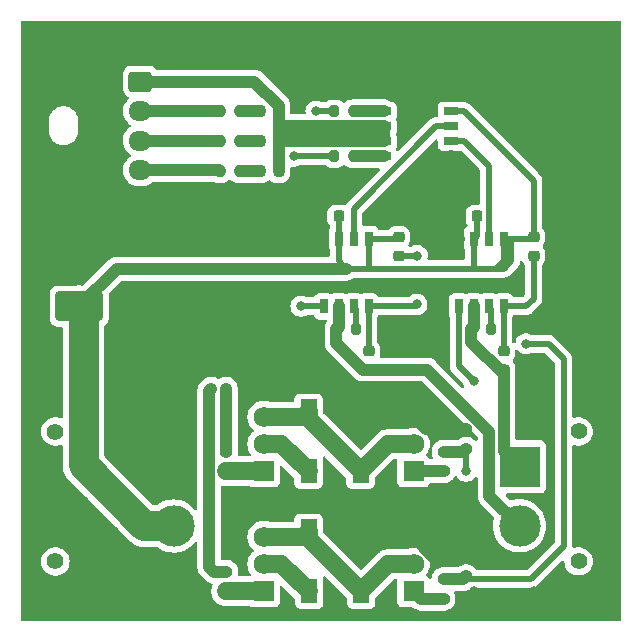
<source format=gtl>
%TF.GenerationSoftware,KiCad,Pcbnew,8.0.3*%
%TF.CreationDate,2024-10-02T02:13:24+09:00*%
%TF.ProjectId,AltairMDmini_V1,416c7461-6972-44d4-946d-696e695f5631,rev?*%
%TF.SameCoordinates,Original*%
%TF.FileFunction,Copper,L1,Top*%
%TF.FilePolarity,Positive*%
%FSLAX46Y46*%
G04 Gerber Fmt 4.6, Leading zero omitted, Abs format (unit mm)*
G04 Created by KiCad (PCBNEW 8.0.3) date 2024-10-02 02:13:24*
%MOMM*%
%LPD*%
G01*
G04 APERTURE LIST*
G04 Aperture macros list*
%AMRoundRect*
0 Rectangle with rounded corners*
0 $1 Rounding radius*
0 $2 $3 $4 $5 $6 $7 $8 $9 X,Y pos of 4 corners*
0 Add a 4 corners polygon primitive as box body*
4,1,4,$2,$3,$4,$5,$6,$7,$8,$9,$2,$3,0*
0 Add four circle primitives for the rounded corners*
1,1,$1+$1,$2,$3*
1,1,$1+$1,$4,$5*
1,1,$1+$1,$6,$7*
1,1,$1+$1,$8,$9*
0 Add four rect primitives between the rounded corners*
20,1,$1+$1,$2,$3,$4,$5,0*
20,1,$1+$1,$4,$5,$6,$7,0*
20,1,$1+$1,$6,$7,$8,$9,0*
20,1,$1+$1,$8,$9,$2,$3,0*%
G04 Aperture macros list end*
%TA.AperFunction,ComponentPad*%
%ADD10R,1.740000X1.740000*%
%TD*%
%TA.AperFunction,ComponentPad*%
%ADD11C,1.740000*%
%TD*%
%TA.AperFunction,SMDPad,CuDef*%
%ADD12RoundRect,0.200000X-0.275000X0.200000X-0.275000X-0.200000X0.275000X-0.200000X0.275000X0.200000X0*%
%TD*%
%TA.AperFunction,SMDPad,CuDef*%
%ADD13RoundRect,0.200000X-0.200000X-0.275000X0.200000X-0.275000X0.200000X0.275000X-0.200000X0.275000X0*%
%TD*%
%TA.AperFunction,ComponentPad*%
%ADD14C,1.400000*%
%TD*%
%TA.AperFunction,ComponentPad*%
%ADD15R,3.500000X3.500000*%
%TD*%
%TA.AperFunction,ComponentPad*%
%ADD16C,3.500000*%
%TD*%
%TA.AperFunction,ComponentPad*%
%ADD17RoundRect,0.250000X-0.725000X0.600000X-0.725000X-0.600000X0.725000X-0.600000X0.725000X0.600000X0*%
%TD*%
%TA.AperFunction,ComponentPad*%
%ADD18O,1.950000X1.700000*%
%TD*%
%TA.AperFunction,SMDPad,CuDef*%
%ADD19R,0.650000X1.250000*%
%TD*%
%TA.AperFunction,SMDPad,CuDef*%
%ADD20R,1.250000X0.650000*%
%TD*%
%TA.AperFunction,SMDPad,CuDef*%
%ADD21R,1.400000X2.000000*%
%TD*%
%TA.AperFunction,SMDPad,CuDef*%
%ADD22RoundRect,0.218750X0.256250X-0.218750X0.256250X0.218750X-0.256250X0.218750X-0.256250X-0.218750X0*%
%TD*%
%TA.AperFunction,SMDPad,CuDef*%
%ADD23RoundRect,0.218750X0.218750X0.256250X-0.218750X0.256250X-0.218750X-0.256250X0.218750X-0.256250X0*%
%TD*%
%TA.AperFunction,SMDPad,CuDef*%
%ADD24RoundRect,0.225000X-0.250000X0.225000X-0.250000X-0.225000X0.250000X-0.225000X0.250000X0.225000X0*%
%TD*%
%TA.AperFunction,SMDPad,CuDef*%
%ADD25RoundRect,0.225000X0.225000X0.250000X-0.225000X0.250000X-0.225000X-0.250000X0.225000X-0.250000X0*%
%TD*%
%TA.AperFunction,SMDPad,CuDef*%
%ADD26RoundRect,0.250000X-1.750000X-1.000000X1.750000X-1.000000X1.750000X1.000000X-1.750000X1.000000X0*%
%TD*%
%TA.AperFunction,ViaPad*%
%ADD27C,0.800000*%
%TD*%
%TA.AperFunction,Conductor*%
%ADD28C,2.540000*%
%TD*%
%TA.AperFunction,Conductor*%
%ADD29C,0.500000*%
%TD*%
%TA.AperFunction,Conductor*%
%ADD30C,1.000000*%
%TD*%
%TA.AperFunction,Conductor*%
%ADD31C,1.500000*%
%TD*%
G04 APERTURE END LIST*
D10*
%TO.P,Q4,1,G*%
%TO.N,Net-(Q4-G)*%
X139700000Y-104140000D03*
D11*
%TO.P,Q4,2,D*%
%TO.N,Net-(D8-A)*%
X139700000Y-101840000D03*
%TO.P,Q4,3,S*%
%TO.N,GND2*%
X139700000Y-99540000D03*
%TD*%
D10*
%TO.P,Q3,1,G*%
%TO.N,Net-(Q3-G)*%
X127000000Y-104140000D03*
D11*
%TO.P,Q3,2,D*%
%TO.N,+12V*%
X127000000Y-101840000D03*
%TO.P,Q3,3,S*%
%TO.N,Net-(D8-A)*%
X127000000Y-99540000D03*
%TD*%
D10*
%TO.P,Q2,1,G*%
%TO.N,Net-(Q2-G)*%
X139700000Y-114300000D03*
D11*
%TO.P,Q2,2,D*%
%TO.N,Net-(D6-A)*%
X139700000Y-112000000D03*
%TO.P,Q2,3,S*%
%TO.N,GND2*%
X139700000Y-109700000D03*
%TD*%
D10*
%TO.P,Q1,1,G*%
%TO.N,Net-(Q1-G)*%
X127000000Y-114300000D03*
D11*
%TO.P,Q1,2,D*%
%TO.N,+12V*%
X127000000Y-112000000D03*
%TO.P,Q1,3,S*%
%TO.N,Net-(D6-A)*%
X127000000Y-109700000D03*
%TD*%
D12*
%TO.P,R13,1*%
%TO.N,GND2*%
X144145000Y-100585000D03*
%TO.P,R13,2*%
%TO.N,Net-(IC3-LO)*%
X144145000Y-102235000D03*
%TD*%
%TO.P,R12,1*%
%TO.N,Net-(IC3-LO)*%
X142240000Y-102490000D03*
%TO.P,R12,2*%
%TO.N,Net-(Q4-G)*%
X142240000Y-104140000D03*
%TD*%
%TO.P,R11,1*%
%TO.N,GND2*%
X144145000Y-111380000D03*
%TO.P,R11,2*%
%TO.N,Net-(IC2-LO)*%
X144145000Y-113030000D03*
%TD*%
%TO.P,R10,1*%
%TO.N,Net-(IC2-LO)*%
X142240000Y-113285000D03*
%TO.P,R10,2*%
%TO.N,Net-(Q2-G)*%
X142240000Y-114935000D03*
%TD*%
%TO.P,R9,1*%
%TO.N,Net-(IC3-HO)*%
X123825000Y-102490000D03*
%TO.P,R9,2*%
%TO.N,Net-(Q3-G)*%
X123825000Y-104140000D03*
%TD*%
%TO.P,R8,1*%
%TO.N,Net-(IC2-HO)*%
X123825000Y-112650000D03*
%TO.P,R8,2*%
%TO.N,Net-(Q1-G)*%
X123825000Y-114300000D03*
%TD*%
D13*
%TO.P,R7,1*%
%TO.N,Net-(D8-A)*%
X144590000Y-92075000D03*
%TO.P,R7,2*%
%TO.N,Net-(IC3-HO)*%
X146240000Y-92075000D03*
%TD*%
%TO.P,R6,1*%
%TO.N,Net-(D6-A)*%
X133160000Y-92075000D03*
%TO.P,R6,2*%
%TO.N,Net-(IC2-HO)*%
X134810000Y-92075000D03*
%TD*%
%TO.P,R5,1*%
%TO.N,Ps2*%
X132970000Y-77470000D03*
%TO.P,R5,2*%
%TO.N,Net-(IC1-ANODE_2)*%
X134620000Y-77470000D03*
%TD*%
%TO.P,R4,1*%
%TO.N,Ps1*%
X132970000Y-73660000D03*
%TO.P,R4,2*%
%TO.N,Net-(IC1-ANODE_1)*%
X134620000Y-73660000D03*
%TD*%
%TO.P,R3,1*%
%TO.N,SDs*%
X123352618Y-73660000D03*
%TO.P,R3,2*%
%TO.N,Net-(D3-A)*%
X125002618Y-73660000D03*
%TD*%
%TO.P,R2,1*%
%TO.N,Ps2*%
X123330000Y-76200000D03*
%TO.P,R2,2*%
%TO.N,Net-(D2-A)*%
X124980000Y-76200000D03*
%TD*%
%TO.P,R1,1*%
%TO.N,Ps1*%
X123330000Y-78740000D03*
%TO.P,R1,2*%
%TO.N,Net-(D1-A)*%
X124980000Y-78740000D03*
%TD*%
D14*
%TO.P,J3,*%
%TO.N,*%
X153670000Y-100760000D03*
X153670000Y-111760000D03*
D15*
%TO.P,J3,1,Pin_1*%
%TO.N,Net-(D8-A)*%
X148670000Y-103760000D03*
D16*
%TO.P,J3,2,Pin_2*%
%TO.N,Net-(D6-A)*%
X148670000Y-108760000D03*
%TD*%
D14*
%TO.P,J2,*%
%TO.N,*%
X109380000Y-111778988D03*
X109380000Y-100778988D03*
D15*
%TO.P,J2,1,Pin_1*%
%TO.N,GND2*%
X119380000Y-103778988D03*
D16*
%TO.P,J2,2,Pin_2*%
%TO.N,+12V*%
X119380000Y-108778988D03*
%TD*%
D17*
%TO.P,J1,1,Pin_1*%
%TO.N,GND*%
X116565000Y-71140000D03*
D18*
%TO.P,J1,2,Pin_2*%
%TO.N,SDs*%
X116565000Y-73640000D03*
%TO.P,J1,3,Pin_3*%
%TO.N,Ps2*%
X116565000Y-76140000D03*
%TO.P,J1,4,Pin_4*%
%TO.N,Ps1*%
X116565000Y-78640000D03*
%TD*%
D19*
%TO.P,IC3,1,VCC*%
%TO.N,+12V*%
X147320000Y-84470000D03*
%TO.P,IC3,2,IN*%
%TO.N,PWM2*%
X146050000Y-84470000D03*
%TO.P,IC3,3,~{SD}*%
%TO.N,+12V*%
X144780000Y-84470000D03*
%TO.P,IC3,4,COM*%
%TO.N,GND2*%
X143510000Y-84470000D03*
%TO.P,IC3,5,LO*%
%TO.N,Net-(IC3-LO)*%
X143510000Y-90170000D03*
%TO.P,IC3,6,VS*%
%TO.N,Net-(D8-A)*%
X144780000Y-90170000D03*
%TO.P,IC3,7,HO*%
%TO.N,Net-(IC3-HO)*%
X146050000Y-90170000D03*
%TO.P,IC3,8,VB*%
%TO.N,Net-(D5-K)*%
X147320000Y-90170000D03*
%TD*%
%TO.P,IC2,1,VCC*%
%TO.N,+12V*%
X135890000Y-84470000D03*
%TO.P,IC2,2,IN*%
%TO.N,PWM1*%
X134620000Y-84470000D03*
%TO.P,IC2,3,~{SD}*%
%TO.N,+12V*%
X133350000Y-84470000D03*
%TO.P,IC2,4,COM*%
%TO.N,GND2*%
X132080000Y-84470000D03*
%TO.P,IC2,5,LO*%
%TO.N,Net-(IC2-LO)*%
X132080000Y-90170000D03*
%TO.P,IC2,6,VS*%
%TO.N,Net-(D6-A)*%
X133350000Y-90170000D03*
%TO.P,IC2,7,HO*%
%TO.N,Net-(IC2-HO)*%
X134620000Y-90170000D03*
%TO.P,IC2,8,VB*%
%TO.N,Net-(D4-K)*%
X135890000Y-90170000D03*
%TD*%
D20*
%TO.P,IC1,1,ANODE_1*%
%TO.N,Net-(IC1-ANODE_1)*%
X137160000Y-73660000D03*
%TO.P,IC1,2,CATHODE_1*%
%TO.N,GND*%
X137160000Y-74930000D03*
%TO.P,IC1,3,CATHODE_2*%
X137160000Y-76200000D03*
%TO.P,IC1,4,ANODE_2*%
%TO.N,Net-(IC1-ANODE_2)*%
X137160000Y-77470000D03*
%TO.P,IC1,5,GND*%
%TO.N,GND2*%
X142860000Y-77470000D03*
%TO.P,IC1,6,VO2_(OUTPUT_2)*%
%TO.N,PWM2*%
X142860000Y-76200000D03*
%TO.P,IC1,7,VO1_(OUTPUT_1)*%
%TO.N,PWM1*%
X142860000Y-74930000D03*
%TO.P,IC1,8,VCC*%
%TO.N,+12V*%
X142860000Y-73660000D03*
%TD*%
D21*
%TO.P,D9,1,K*%
%TO.N,Net-(D8-A)*%
X130812374Y-99060000D03*
%TO.P,D9,2,A*%
%TO.N,GND2*%
X135212374Y-99060000D03*
%TD*%
%TO.P,D8,1,K*%
%TO.N,+12V*%
X130810000Y-104140000D03*
%TO.P,D8,2,A*%
%TO.N,Net-(D8-A)*%
X135210000Y-104140000D03*
%TD*%
%TO.P,D7,1,K*%
%TO.N,Net-(D6-A)*%
X130810000Y-109220000D03*
%TO.P,D7,2,A*%
%TO.N,GND2*%
X135210000Y-109220000D03*
%TD*%
%TO.P,D6,1,K*%
%TO.N,+12V*%
X130855000Y-114300000D03*
%TO.P,D6,2,A*%
%TO.N,Net-(D6-A)*%
X135255000Y-114300000D03*
%TD*%
D22*
%TO.P,D5,1,K*%
%TO.N,Net-(D5-K)*%
X149860000Y-85877500D03*
%TO.P,D5,2,A*%
%TO.N,+12V*%
X149860000Y-84302500D03*
%TD*%
%TO.P,D4,1,K*%
%TO.N,Net-(D4-K)*%
X138430000Y-85877500D03*
%TO.P,D4,2,A*%
%TO.N,+12V*%
X138430000Y-84302500D03*
%TD*%
D23*
%TO.P,D3,1,K*%
%TO.N,GND*%
X128270000Y-73660000D03*
%TO.P,D3,2,A*%
%TO.N,Net-(D3-A)*%
X126695000Y-73660000D03*
%TD*%
%TO.P,D2,1,K*%
%TO.N,GND*%
X128270000Y-76200000D03*
%TO.P,D2,2,A*%
%TO.N,Net-(D2-A)*%
X126695000Y-76200000D03*
%TD*%
%TO.P,D1,1,K*%
%TO.N,GND*%
X128270000Y-78740000D03*
%TO.P,D1,2,A*%
%TO.N,Net-(D1-A)*%
X126695000Y-78740000D03*
%TD*%
D24*
%TO.P,C5,1*%
%TO.N,Net-(D5-K)*%
X147320000Y-93980000D03*
%TO.P,C5,2*%
%TO.N,Net-(D8-A)*%
X147320000Y-95530000D03*
%TD*%
%TO.P,C4,1*%
%TO.N,Net-(D4-K)*%
X135890000Y-93980000D03*
%TO.P,C4,2*%
%TO.N,Net-(D6-A)*%
X135890000Y-95530000D03*
%TD*%
D25*
%TO.P,C3,1*%
%TO.N,+12V*%
X145060000Y-82550000D03*
%TO.P,C3,2*%
%TO.N,GND2*%
X143510000Y-82550000D03*
%TD*%
%TO.P,C2,1*%
%TO.N,+12V*%
X133350000Y-82550000D03*
%TO.P,C2,2*%
%TO.N,GND2*%
X131800000Y-82550000D03*
%TD*%
D26*
%TO.P,C1,1*%
%TO.N,+12V*%
X111380000Y-90170000D03*
%TO.P,C1,2*%
%TO.N,GND2*%
X119380000Y-90170000D03*
%TD*%
D27*
%TO.N,Net-(IC3-LO)*%
X144145000Y-104140000D03*
X144780000Y-96520000D03*
%TO.N,GND2*%
X129540000Y-93980000D03*
X119380000Y-88900000D03*
X121920000Y-91440000D03*
X119380000Y-99060000D03*
X119380000Y-93980000D03*
X116840000Y-91440000D03*
X114300000Y-93980000D03*
X116840000Y-96520000D03*
X116840000Y-101600000D03*
X114300000Y-99060000D03*
X114300000Y-109220000D03*
X139700000Y-93980000D03*
X142240000Y-91440000D03*
X137160000Y-91440000D03*
X149860000Y-99060000D03*
X149860000Y-96520000D03*
X154940000Y-78740000D03*
X152400000Y-81280000D03*
X154940000Y-83820000D03*
X152400000Y-86360000D03*
X152400000Y-91440000D03*
X154940000Y-88900000D03*
X154940000Y-93980000D03*
X154940000Y-99060000D03*
X154940000Y-104140000D03*
X154940000Y-109220000D03*
X144780000Y-114300000D03*
X149860000Y-114300000D03*
X154940000Y-114300000D03*
X119380000Y-114300000D03*
X109220000Y-114300000D03*
X114300000Y-114300000D03*
X116840000Y-111760000D03*
X111760000Y-111760000D03*
X111760000Y-106680000D03*
X109220000Y-109220000D03*
X109220000Y-104140000D03*
X139700000Y-74295000D03*
X140970000Y-77470000D03*
X141605000Y-79375000D03*
X139065000Y-79375000D03*
%TO.N,Net-(IC2-LO)*%
X149225000Y-93345000D03*
X130175000Y-90170000D03*
%TO.N,Net-(IC3-HO)*%
X146240000Y-92075000D03*
%TO.N,Net-(IC2-HO)*%
X134810000Y-92075000D03*
%TO.N,Net-(D4-K)*%
X139970818Y-90009615D03*
X139997295Y-85878865D03*
%TO.N,Net-(IC2-HO)*%
X122555000Y-97155000D03*
%TO.N,Net-(IC3-HO)*%
X123825000Y-97155000D03*
%TO.N,Ps1*%
X131445000Y-73660000D03*
%TO.N,Ps2*%
X129540000Y-77470000D03*
%TD*%
D28*
%TO.N,GND2*%
X122555000Y-90805000D02*
X121920000Y-91440000D01*
X126957374Y-90805000D02*
X122555000Y-90805000D01*
X129540000Y-93387626D02*
X126957374Y-90805000D01*
X129540000Y-93980000D02*
X129540000Y-93387626D01*
D29*
%TO.N,Net-(IC3-LO)*%
X144145000Y-104140000D02*
X144145000Y-102235000D01*
X143510000Y-95250000D02*
X144780000Y-96520000D01*
X143510000Y-90170000D02*
X143510000Y-95250000D01*
D28*
%TO.N,GND2*%
X130132374Y-93980000D02*
X129540000Y-93980000D01*
X121920000Y-91440000D02*
X120650000Y-90170000D01*
X119380000Y-99060000D02*
X119380000Y-93980000D01*
X119380000Y-93980000D02*
X119380000Y-90170000D01*
D29*
%TO.N,Net-(IC2-LO)*%
X151130000Y-93345000D02*
X149225000Y-93345000D01*
X152400000Y-109855000D02*
X152400000Y-94615000D01*
X152400000Y-110490000D02*
X152400000Y-109855000D01*
X149860000Y-113030000D02*
X152400000Y-110490000D01*
X152400000Y-94615000D02*
X151130000Y-93345000D01*
X149605000Y-113285000D02*
X149860000Y-113030000D01*
X142240000Y-113285000D02*
X149605000Y-113285000D01*
X132080000Y-90170000D02*
X130175000Y-90170000D01*
%TO.N,Net-(D5-K)*%
X149225000Y-90170000D02*
X147320000Y-90170000D01*
X149860000Y-89535000D02*
X149225000Y-90170000D01*
X149860000Y-85877500D02*
X149860000Y-89535000D01*
%TO.N,Net-(D4-K)*%
X135890000Y-90170000D02*
X139810433Y-90170000D01*
X139810433Y-90170000D02*
X139970818Y-90009615D01*
X139995930Y-85877500D02*
X139997295Y-85878865D01*
X138430000Y-85877500D02*
X139995930Y-85877500D01*
D30*
%TO.N,GND2*%
X142860000Y-83820000D02*
X143510000Y-84470000D01*
X142860000Y-77470000D02*
X142860000Y-83820000D01*
%TO.N,+12V*%
X114555000Y-86995000D02*
X133985000Y-86995000D01*
X111380000Y-90170000D02*
X114555000Y-86995000D01*
%TO.N,Net-(D6-A)*%
X140843334Y-95530000D02*
X146120000Y-100806666D01*
X146120000Y-106210000D02*
X148670000Y-108760000D01*
X135890000Y-95530000D02*
X140843334Y-95530000D01*
X146120000Y-100806666D02*
X146120000Y-106210000D01*
X135415000Y-95530000D02*
X135890000Y-95530000D01*
X133160000Y-93275000D02*
X135415000Y-95530000D01*
X133160000Y-92075000D02*
X133160000Y-93275000D01*
X133350000Y-91885000D02*
X133160000Y-92075000D01*
X133350000Y-90170000D02*
X133350000Y-91885000D01*
%TO.N,Net-(D8-A)*%
X144590000Y-93155000D02*
X147320000Y-95885000D01*
X144590000Y-92075000D02*
X144590000Y-93155000D01*
X147320000Y-95530000D02*
X147320000Y-95885000D01*
X147320000Y-95885000D02*
X147320000Y-102410000D01*
X144780000Y-91885000D02*
X144590000Y-92075000D01*
X144780000Y-90170000D02*
X144780000Y-91885000D01*
X147320000Y-102410000D02*
X148670000Y-103760000D01*
%TO.N,GND2*%
X141380000Y-111380000D02*
X139700000Y-109700000D01*
X144145000Y-111380000D02*
X141380000Y-111380000D01*
%TO.N,Net-(IC2-LO)*%
X143890000Y-113285000D02*
X144145000Y-113030000D01*
X142240000Y-113285000D02*
X143890000Y-113285000D01*
%TO.N,Net-(Q2-G)*%
X140335000Y-114935000D02*
X142240000Y-114935000D01*
X139700000Y-114300000D02*
X140335000Y-114935000D01*
%TO.N,Net-(Q4-G)*%
X142240000Y-104140000D02*
X139700000Y-104140000D01*
%TO.N,Net-(IC3-LO)*%
X142240000Y-102490000D02*
X143890000Y-102490000D01*
X143890000Y-102490000D02*
X144145000Y-102235000D01*
%TO.N,GND2*%
X144145000Y-100585000D02*
X140745000Y-100585000D01*
X140745000Y-100585000D02*
X139700000Y-99540000D01*
D28*
X135212374Y-99060000D02*
X130132374Y-93980000D01*
X119380000Y-103778988D02*
X119380000Y-99060000D01*
%TO.N,+12V*%
X111760000Y-90550000D02*
X111380000Y-90170000D01*
X111760000Y-103633861D02*
X111760000Y-90550000D01*
X116905127Y-108778988D02*
X111760000Y-103633861D01*
X119380000Y-108778988D02*
X116905127Y-108778988D01*
D31*
%TO.N,GND2*%
X135692374Y-99540000D02*
X135212374Y-99060000D01*
X139700000Y-99540000D02*
X135692374Y-99540000D01*
%TO.N,Net-(D8-A)*%
X139700000Y-101840000D02*
X137510000Y-101840000D01*
X137510000Y-101840000D02*
X135210000Y-104140000D01*
X130812374Y-99742374D02*
X135210000Y-104140000D01*
X130812374Y-99060000D02*
X130812374Y-99742374D01*
%TO.N,Net-(D6-A)*%
X130810000Y-109855000D02*
X135255000Y-114300000D01*
X130810000Y-109220000D02*
X130810000Y-109855000D01*
X137555000Y-112000000D02*
X139700000Y-112000000D01*
X135255000Y-114300000D02*
X137555000Y-112000000D01*
%TO.N,GND2*%
X139220000Y-109220000D02*
X139700000Y-109700000D01*
X135210000Y-109220000D02*
X139220000Y-109220000D01*
%TO.N,Net-(D6-A)*%
X130330000Y-109700000D02*
X130810000Y-109220000D01*
X127000000Y-109700000D02*
X130330000Y-109700000D01*
%TO.N,Net-(D8-A)*%
X130332374Y-99540000D02*
X130812374Y-99060000D01*
X127000000Y-99540000D02*
X130332374Y-99540000D01*
D30*
%TO.N,Net-(IC2-HO)*%
X122375000Y-97335000D02*
X122555000Y-97155000D01*
X122555000Y-112395000D02*
X122375000Y-112215000D01*
X122375000Y-112215000D02*
X122375000Y-97335000D01*
X122810000Y-112650000D02*
X122555000Y-112395000D01*
X123825000Y-112650000D02*
X122810000Y-112650000D01*
%TO.N,Net-(IC3-HO)*%
X123825000Y-102490000D02*
X123825000Y-97155000D01*
D31*
%TO.N,Net-(Q3-G)*%
X127000000Y-104140000D02*
X123825000Y-104140000D01*
%TO.N,Net-(Q1-G)*%
X127000000Y-114300000D02*
X123825000Y-114300000D01*
%TO.N,+12V*%
X128510000Y-112000000D02*
X130810000Y-114300000D01*
X127000000Y-112000000D02*
X128510000Y-112000000D01*
X128510000Y-101840000D02*
X130810000Y-104140000D01*
X127000000Y-101840000D02*
X128510000Y-101840000D01*
D29*
%TO.N,Net-(IC3-HO)*%
X146240000Y-90360000D02*
X146050000Y-90170000D01*
X146240000Y-92075000D02*
X146240000Y-90360000D01*
%TO.N,Net-(IC2-HO)*%
X134810000Y-90360000D02*
X134620000Y-90170000D01*
X134810000Y-92075000D02*
X134810000Y-90360000D01*
%TO.N,Net-(D5-K)*%
X147320000Y-90170000D02*
X147320000Y-93980000D01*
%TO.N,Net-(D4-K)*%
X135890000Y-93980000D02*
X135890000Y-90170000D01*
%TO.N,+12V*%
X146685000Y-86995000D02*
X147320000Y-86360000D01*
X146685000Y-86995000D02*
X147320000Y-86995000D01*
X144780000Y-86995000D02*
X146685000Y-86995000D01*
X147955000Y-86360000D02*
X147320000Y-86360000D01*
X147320000Y-86360000D02*
X147320000Y-85725000D01*
X147320000Y-86995000D02*
X147320000Y-86360000D01*
X147320000Y-85725000D02*
X147320000Y-85090000D01*
X147320000Y-85725000D02*
X147955000Y-86360000D01*
X147320000Y-85090000D02*
X147955000Y-85725000D01*
X147955000Y-85725000D02*
X147955000Y-84470000D01*
X147320000Y-85090000D02*
X147320000Y-84470000D01*
X147955000Y-86360000D02*
X147955000Y-85725000D01*
X147955000Y-85105000D02*
X147320000Y-84470000D01*
X147955000Y-86360000D02*
X147955000Y-85105000D01*
X147955000Y-84470000D02*
X149692500Y-84470000D01*
X147320000Y-84470000D02*
X147955000Y-84470000D01*
X147320000Y-86995000D02*
X147955000Y-86360000D01*
X149860000Y-79535000D02*
X149860000Y-84302500D01*
X142860000Y-73660000D02*
X143985000Y-73660000D01*
X143985000Y-73660000D02*
X149860000Y-79535000D01*
X135890000Y-86995000D02*
X144780000Y-86995000D01*
X133985000Y-86995000D02*
X135890000Y-86995000D01*
X135890000Y-84470000D02*
X135890000Y-86995000D01*
X144780000Y-84470000D02*
X144780000Y-86995000D01*
X133350000Y-84470000D02*
X133350000Y-86360000D01*
X133350000Y-86360000D02*
X133985000Y-86995000D01*
%TO.N,PWM2*%
X146050000Y-78265000D02*
X146050000Y-84470000D01*
X143985000Y-76200000D02*
X146050000Y-78265000D01*
X142860000Y-76200000D02*
X143985000Y-76200000D01*
%TO.N,PWM1*%
X134620000Y-81915000D02*
X134620000Y-84470000D01*
X141605000Y-74930000D02*
X134620000Y-81915000D01*
X142860000Y-74930000D02*
X141605000Y-74930000D01*
%TO.N,GND2*%
X143510000Y-82550000D02*
X143510000Y-84470000D01*
%TO.N,+12V*%
X149692500Y-84470000D02*
X149860000Y-84302500D01*
X145060000Y-84190000D02*
X144780000Y-84470000D01*
X145060000Y-82550000D02*
X145060000Y-84190000D01*
X138262500Y-84470000D02*
X138430000Y-84302500D01*
X135890000Y-84470000D02*
X138262500Y-84470000D01*
X133350000Y-82550000D02*
X133350000Y-84470000D01*
%TO.N,GND2*%
X131800000Y-84190000D02*
X132080000Y-84470000D01*
X131800000Y-82550000D02*
X131800000Y-84190000D01*
%TO.N,Ps2*%
X129540000Y-77470000D02*
X132970000Y-77470000D01*
%TO.N,Ps1*%
X131445000Y-73660000D02*
X132970000Y-73660000D01*
D30*
%TO.N,GND*%
X128270000Y-75565000D02*
X137160000Y-75565000D01*
X137160000Y-76200000D02*
X137160000Y-75565000D01*
X128270000Y-75565000D02*
X128270000Y-74930000D01*
X137160000Y-75565000D02*
X137160000Y-74930000D01*
X128270000Y-78740000D02*
X128270000Y-75565000D01*
X137160000Y-74930000D02*
X128270000Y-74930000D01*
X128270000Y-74930000D02*
X128270000Y-73660000D01*
X128270000Y-76200000D02*
X137160000Y-76200000D01*
%TO.N,Net-(IC1-ANODE_2)*%
X134620000Y-77470000D02*
X137160000Y-77470000D01*
%TO.N,Net-(IC1-ANODE_1)*%
X134620000Y-73660000D02*
X137160000Y-73660000D01*
%TO.N,GND*%
X128270000Y-73185001D02*
X128270000Y-73660000D01*
X126224999Y-71140000D02*
X128270000Y-73185001D01*
X116565000Y-71140000D02*
X126224999Y-71140000D01*
%TO.N,Net-(D1-A)*%
X124980000Y-78740000D02*
X126695000Y-78740000D01*
%TO.N,Net-(D2-A)*%
X124980000Y-76200000D02*
X126695000Y-76200000D01*
%TO.N,Net-(D3-A)*%
X125002618Y-73660000D02*
X126695000Y-73660000D01*
%TO.N,SDs*%
X123332618Y-73640000D02*
X123352618Y-73660000D01*
X116565000Y-73640000D02*
X123332618Y-73640000D01*
%TO.N,Ps2*%
X116625000Y-76200000D02*
X116565000Y-76140000D01*
X123330000Y-76200000D02*
X116625000Y-76200000D01*
%TO.N,Ps1*%
X123230000Y-78640000D02*
X123330000Y-78740000D01*
X116565000Y-78640000D02*
X123230000Y-78640000D01*
%TD*%
%TA.AperFunction,Conductor*%
%TO.N,GND2*%
G36*
X148500701Y-93887779D02*
G01*
X148511649Y-93898520D01*
X148619129Y-94017888D01*
X148772265Y-94129148D01*
X148772270Y-94129151D01*
X148945192Y-94206142D01*
X148945197Y-94206144D01*
X149130354Y-94245500D01*
X149130355Y-94245500D01*
X149319644Y-94245500D01*
X149319646Y-94245500D01*
X149504803Y-94206144D01*
X149677730Y-94129151D01*
X149679776Y-94127664D01*
X149691452Y-94119182D01*
X149757258Y-94095702D01*
X149764337Y-94095500D01*
X150767770Y-94095500D01*
X150834809Y-94115185D01*
X150855451Y-94131819D01*
X151613181Y-94889548D01*
X151646666Y-94950871D01*
X151649500Y-94977229D01*
X151649500Y-110127770D01*
X151629815Y-110194809D01*
X151613181Y-110215451D01*
X149330451Y-112498181D01*
X149269128Y-112531666D01*
X149242770Y-112534500D01*
X145129851Y-112534500D01*
X145062812Y-112514815D01*
X145023734Y-112474650D01*
X145022341Y-112472346D01*
X144975472Y-112394815D01*
X144975470Y-112394813D01*
X144975469Y-112394811D01*
X144855188Y-112274530D01*
X144855185Y-112274528D01*
X144709606Y-112186522D01*
X144677780Y-112176604D01*
X144645786Y-112161324D01*
X144618914Y-112143369D01*
X144618911Y-112143367D01*
X144618910Y-112143367D01*
X144436835Y-112067949D01*
X144436827Y-112067947D01*
X144243543Y-112029500D01*
X144243540Y-112029500D01*
X144046459Y-112029500D01*
X144046456Y-112029500D01*
X143853171Y-112067947D01*
X143853163Y-112067949D01*
X143671087Y-112143367D01*
X143644210Y-112161326D01*
X143612211Y-112176607D01*
X143580397Y-112186520D01*
X143565496Y-112195528D01*
X143447900Y-112266617D01*
X143383752Y-112284500D01*
X142141457Y-112284500D01*
X141948170Y-112322947D01*
X141948160Y-112322950D01*
X141766091Y-112398365D01*
X141766087Y-112398367D01*
X141766086Y-112398368D01*
X141739207Y-112416327D01*
X141707213Y-112431606D01*
X141675400Y-112441519D01*
X141675396Y-112441520D01*
X141529811Y-112529530D01*
X141409530Y-112649811D01*
X141321522Y-112795393D01*
X141270913Y-112957807D01*
X141264500Y-113028386D01*
X141264500Y-113048564D01*
X141262117Y-113072757D01*
X141245727Y-113155149D01*
X141213341Y-113217060D01*
X141152625Y-113251633D01*
X141082855Y-113247892D01*
X141026184Y-113207025D01*
X141015276Y-113190380D01*
X141013797Y-113187673D01*
X141013796Y-113187669D01*
X141012890Y-113186459D01*
X140927547Y-113072455D01*
X140927544Y-113072452D01*
X140825144Y-112995795D01*
X140783273Y-112939861D01*
X140778289Y-112870170D01*
X140795644Y-112828713D01*
X140909450Y-112654521D01*
X141000685Y-112446526D01*
X141056441Y-112226350D01*
X141072753Y-112029500D01*
X141075197Y-112000005D01*
X141075197Y-111999994D01*
X141058343Y-111796606D01*
X141056441Y-111773650D01*
X141000685Y-111553474D01*
X140909450Y-111345479D01*
X140785224Y-111155337D01*
X140631396Y-110988235D01*
X140631391Y-110988231D01*
X140631389Y-110988229D01*
X140452169Y-110848736D01*
X140452163Y-110848732D01*
X140252411Y-110740631D01*
X140252406Y-110740629D01*
X140037593Y-110666884D01*
X139888239Y-110641961D01*
X139813563Y-110629500D01*
X139586437Y-110629500D01*
X139530430Y-110638846D01*
X139362406Y-110666884D01*
X139142739Y-110742296D01*
X139142268Y-110740926D01*
X139101370Y-110749500D01*
X137456578Y-110749500D01*
X137262173Y-110780290D01*
X137074969Y-110841117D01*
X136899594Y-110930476D01*
X136822046Y-110986819D01*
X136740354Y-111046172D01*
X136740352Y-111046174D01*
X136740351Y-111046174D01*
X135342681Y-112443845D01*
X135281358Y-112477330D01*
X135211666Y-112472346D01*
X135167319Y-112443845D01*
X132096819Y-109373345D01*
X132063334Y-109312022D01*
X132060500Y-109285664D01*
X132060500Y-109121583D01*
X132049453Y-109051836D01*
X132049453Y-109051835D01*
X132045504Y-109026903D01*
X132029709Y-108927173D01*
X132025181Y-108913238D01*
X132016568Y-108886728D01*
X132010499Y-108848411D01*
X132010499Y-108172129D01*
X132010498Y-108172123D01*
X132010497Y-108172116D01*
X132004091Y-108112517D01*
X131980331Y-108048814D01*
X131953797Y-107977671D01*
X131953793Y-107977664D01*
X131867547Y-107862455D01*
X131867544Y-107862452D01*
X131752335Y-107776206D01*
X131752328Y-107776202D01*
X131617482Y-107725908D01*
X131617483Y-107725908D01*
X131557883Y-107719501D01*
X131557881Y-107719500D01*
X131557873Y-107719500D01*
X131557864Y-107719500D01*
X130062129Y-107719500D01*
X130062123Y-107719501D01*
X130002516Y-107725908D01*
X129867671Y-107776202D01*
X129867664Y-107776206D01*
X129752455Y-107862452D01*
X129752452Y-107862455D01*
X129666206Y-107977664D01*
X129666202Y-107977671D01*
X129615908Y-108112517D01*
X129609501Y-108172116D01*
X129609501Y-108172123D01*
X129609500Y-108172135D01*
X129609500Y-108325500D01*
X129589815Y-108392539D01*
X129537011Y-108438294D01*
X129485500Y-108449500D01*
X127598630Y-108449500D01*
X127557731Y-108440926D01*
X127557261Y-108442296D01*
X127337593Y-108366884D01*
X127188239Y-108341961D01*
X127113563Y-108329500D01*
X126886437Y-108329500D01*
X126830430Y-108338846D01*
X126662406Y-108366884D01*
X126447593Y-108440629D01*
X126447588Y-108440631D01*
X126247836Y-108548732D01*
X126247830Y-108548736D01*
X126068610Y-108688229D01*
X126068607Y-108688232D01*
X125914776Y-108855337D01*
X125790548Y-109045482D01*
X125699314Y-109253475D01*
X125643558Y-109473653D01*
X125624803Y-109699994D01*
X125624803Y-109700005D01*
X125643558Y-109926346D01*
X125699314Y-110146524D01*
X125746574Y-110254267D01*
X125790550Y-110354521D01*
X125914776Y-110544663D01*
X126068604Y-110711765D01*
X126068607Y-110711767D01*
X126068610Y-110711770D01*
X126120486Y-110752147D01*
X126161299Y-110808857D01*
X126164974Y-110878630D01*
X126130342Y-110939313D01*
X126120486Y-110947853D01*
X126068610Y-110988229D01*
X126068607Y-110988232D01*
X126068604Y-110988234D01*
X126068604Y-110988235D01*
X125964927Y-111100858D01*
X125914776Y-111155337D01*
X125790548Y-111345482D01*
X125699314Y-111553475D01*
X125643558Y-111773653D01*
X125624803Y-111999994D01*
X125624803Y-112000005D01*
X125643558Y-112226346D01*
X125699314Y-112446524D01*
X125790549Y-112654520D01*
X125904352Y-112828709D01*
X125924539Y-112895598D01*
X125905359Y-112962784D01*
X125874856Y-112995795D01*
X125848086Y-113015835D01*
X125836157Y-113024765D01*
X125770696Y-113049184D01*
X125761846Y-113049500D01*
X124923294Y-113049500D01*
X124856255Y-113029815D01*
X124810500Y-112977011D01*
X124799803Y-112914277D01*
X124800500Y-112906616D01*
X124800500Y-112886434D01*
X124802883Y-112862242D01*
X124803681Y-112858233D01*
X124816180Y-112795394D01*
X124825500Y-112748543D01*
X124825500Y-112551456D01*
X124802883Y-112437756D01*
X124800500Y-112413564D01*
X124800500Y-112393386D01*
X124794086Y-112322807D01*
X124794086Y-112322804D01*
X124743478Y-112160394D01*
X124655472Y-112014815D01*
X124655470Y-112014813D01*
X124655469Y-112014811D01*
X124535188Y-111894530D01*
X124535185Y-111894528D01*
X124389606Y-111806522D01*
X124389603Y-111806521D01*
X124357786Y-111796606D01*
X124325787Y-111781324D01*
X124322289Y-111778987D01*
X124298914Y-111763368D01*
X124298911Y-111763366D01*
X124298906Y-111763364D01*
X124116839Y-111687950D01*
X124116829Y-111687947D01*
X123923543Y-111649500D01*
X123923541Y-111649500D01*
X123499500Y-111649500D01*
X123432461Y-111629815D01*
X123386706Y-111577011D01*
X123375500Y-111525500D01*
X123375500Y-105479387D01*
X123395185Y-105412348D01*
X123447989Y-105366593D01*
X123517147Y-105356649D01*
X123528460Y-105358816D01*
X123532160Y-105359704D01*
X123532174Y-105359709D01*
X123532187Y-105359711D01*
X123726578Y-105390500D01*
X123726583Y-105390500D01*
X125761846Y-105390500D01*
X125828885Y-105410185D01*
X125836146Y-105415225D01*
X125887665Y-105453793D01*
X125887668Y-105453795D01*
X125887671Y-105453797D01*
X126022517Y-105504091D01*
X126022516Y-105504091D01*
X126029444Y-105504835D01*
X126082127Y-105510500D01*
X127917872Y-105510499D01*
X127977483Y-105504091D01*
X128112331Y-105453796D01*
X128227546Y-105367546D01*
X128313796Y-105252331D01*
X128364091Y-105117483D01*
X128370500Y-105057873D01*
X128370499Y-103768334D01*
X128390184Y-103701296D01*
X128442987Y-103655541D01*
X128512146Y-103645597D01*
X128575702Y-103674622D01*
X128582180Y-103680654D01*
X129573181Y-104671655D01*
X129606666Y-104732978D01*
X129609500Y-104759336D01*
X129609500Y-105187870D01*
X129609501Y-105187876D01*
X129615908Y-105247483D01*
X129666202Y-105382328D01*
X129666206Y-105382335D01*
X129752452Y-105497544D01*
X129752455Y-105497547D01*
X129867664Y-105583793D01*
X129867671Y-105583797D01*
X130002517Y-105634091D01*
X130002516Y-105634091D01*
X130009444Y-105634835D01*
X130062127Y-105640500D01*
X131557872Y-105640499D01*
X131617483Y-105634091D01*
X131752331Y-105583796D01*
X131867546Y-105497546D01*
X131953796Y-105382331D01*
X132004091Y-105247483D01*
X132010500Y-105187873D01*
X132010499Y-104511585D01*
X132016568Y-104473267D01*
X132018541Y-104467196D01*
X132029709Y-104432826D01*
X132046504Y-104326784D01*
X132060500Y-104238421D01*
X132060500Y-104041577D01*
X132029709Y-103847173D01*
X132016568Y-103806730D01*
X132010499Y-103768411D01*
X132010499Y-103092129D01*
X132010498Y-103092123D01*
X132004091Y-103032517D01*
X132002422Y-103025455D01*
X132006158Y-102955685D01*
X132047022Y-102899011D01*
X132112039Y-102873427D01*
X132180567Y-102887055D01*
X132210778Y-102909252D01*
X133973181Y-104671655D01*
X134006666Y-104732978D01*
X134009500Y-104759336D01*
X134009500Y-105187870D01*
X134009501Y-105187876D01*
X134015908Y-105247483D01*
X134066202Y-105382328D01*
X134066206Y-105382335D01*
X134152452Y-105497544D01*
X134152455Y-105497547D01*
X134267664Y-105583793D01*
X134267671Y-105583797D01*
X134402517Y-105634091D01*
X134402516Y-105634091D01*
X134409444Y-105634835D01*
X134462127Y-105640500D01*
X135957872Y-105640499D01*
X136017483Y-105634091D01*
X136152331Y-105583796D01*
X136267546Y-105497546D01*
X136353796Y-105382331D01*
X136404091Y-105247483D01*
X136410500Y-105187873D01*
X136410499Y-104759334D01*
X136430183Y-104692296D01*
X136446813Y-104671659D01*
X137991655Y-103126819D01*
X138052978Y-103093334D01*
X138079336Y-103090500D01*
X138205731Y-103090500D01*
X138272770Y-103110185D01*
X138318525Y-103162989D01*
X138329110Y-103218806D01*
X138329500Y-103218806D01*
X138329500Y-103220863D01*
X138329553Y-103221143D01*
X138329500Y-103222130D01*
X138329500Y-105057870D01*
X138329501Y-105057876D01*
X138335908Y-105117483D01*
X138386202Y-105252328D01*
X138386206Y-105252335D01*
X138472452Y-105367544D01*
X138472455Y-105367547D01*
X138587664Y-105453793D01*
X138587671Y-105453797D01*
X138722517Y-105504091D01*
X138722516Y-105504091D01*
X138729444Y-105504835D01*
X138782127Y-105510500D01*
X140617872Y-105510499D01*
X140677483Y-105504091D01*
X140812331Y-105453796D01*
X140927546Y-105367546D01*
X141013796Y-105252331D01*
X141015604Y-105247483D01*
X141025420Y-105221167D01*
X141067291Y-105165233D01*
X141132756Y-105140816D01*
X141141602Y-105140500D01*
X142338543Y-105140500D01*
X142468582Y-105114632D01*
X142531835Y-105102051D01*
X142713914Y-105026632D01*
X142740788Y-105008674D01*
X142772786Y-104993392D01*
X142804606Y-104983478D01*
X142950185Y-104895472D01*
X143070472Y-104775185D01*
X143158478Y-104629606D01*
X143158480Y-104629598D01*
X143159574Y-104627169D01*
X143160853Y-104625675D01*
X143162358Y-104623187D01*
X143162771Y-104623437D01*
X143205034Y-104574111D01*
X143271963Y-104554054D01*
X143339111Y-104573365D01*
X143380040Y-104616052D01*
X143412465Y-104672214D01*
X143539129Y-104812888D01*
X143692265Y-104924148D01*
X143692270Y-104924151D01*
X143865192Y-105001142D01*
X143865197Y-105001144D01*
X144050354Y-105040500D01*
X144050355Y-105040500D01*
X144239644Y-105040500D01*
X144239646Y-105040500D01*
X144424803Y-105001144D01*
X144597730Y-104924151D01*
X144750871Y-104812888D01*
X144877533Y-104672216D01*
X144888112Y-104653891D01*
X144938679Y-104605676D01*
X145007286Y-104592452D01*
X145072151Y-104618420D01*
X145112680Y-104675334D01*
X145119500Y-104715891D01*
X145119500Y-106308544D01*
X145157947Y-106501829D01*
X145157949Y-106501836D01*
X145167115Y-106523964D01*
X145167116Y-106523965D01*
X145167117Y-106523969D01*
X145233368Y-106683914D01*
X145233369Y-106683917D01*
X145342859Y-106847780D01*
X145342860Y-106847781D01*
X145342861Y-106847782D01*
X145482218Y-106987139D01*
X145482219Y-106987139D01*
X145489286Y-106994206D01*
X145489285Y-106994206D01*
X145489289Y-106994209D01*
X146482571Y-107987491D01*
X146516056Y-108048814D01*
X146512310Y-108115029D01*
X146491520Y-108176274D01*
X146491517Y-108176286D01*
X146433968Y-108465609D01*
X146433964Y-108465636D01*
X146414671Y-108759992D01*
X146414671Y-108760007D01*
X146433964Y-109054363D01*
X146433965Y-109054373D01*
X146433966Y-109054380D01*
X146433968Y-109054390D01*
X146491518Y-109343716D01*
X146491521Y-109343730D01*
X146586349Y-109623080D01*
X146716825Y-109887660D01*
X146716829Y-109887667D01*
X146880725Y-110132955D01*
X147075241Y-110354758D01*
X147297044Y-110549274D01*
X147493818Y-110680754D01*
X147542335Y-110713172D01*
X147806923Y-110843652D01*
X148086278Y-110938481D01*
X148375620Y-110996034D01*
X148403888Y-110997886D01*
X148669993Y-111015329D01*
X148670000Y-111015329D01*
X148670007Y-111015329D01*
X148905675Y-110999881D01*
X148964380Y-110996034D01*
X149253722Y-110938481D01*
X149533077Y-110843652D01*
X149797665Y-110713172D01*
X150042957Y-110549273D01*
X150264758Y-110354758D01*
X150459273Y-110132957D01*
X150623172Y-109887665D01*
X150753652Y-109623077D01*
X150848481Y-109343722D01*
X150906034Y-109054380D01*
X150909881Y-108995675D01*
X150925329Y-108760007D01*
X150925329Y-108759992D01*
X150906035Y-108465636D01*
X150906034Y-108465620D01*
X150848481Y-108176278D01*
X150753652Y-107896923D01*
X150623172Y-107632336D01*
X150459273Y-107387043D01*
X150392223Y-107310587D01*
X150264758Y-107165241D01*
X150042955Y-106970725D01*
X149797667Y-106806829D01*
X149797660Y-106806825D01*
X149533080Y-106676349D01*
X149253730Y-106581521D01*
X149253724Y-106581519D01*
X149253722Y-106581519D01*
X148964380Y-106523966D01*
X148964373Y-106523965D01*
X148964363Y-106523964D01*
X148670007Y-106504671D01*
X148669993Y-106504671D01*
X148375636Y-106523964D01*
X148375624Y-106523965D01*
X148375620Y-106523966D01*
X148375612Y-106523967D01*
X148375609Y-106523968D01*
X148086286Y-106581517D01*
X148086274Y-106581520D01*
X148025029Y-106602310D01*
X147955220Y-106605218D01*
X147897491Y-106572571D01*
X147547101Y-106222180D01*
X147513616Y-106160857D01*
X147518600Y-106091165D01*
X147560472Y-106035232D01*
X147625936Y-106010815D01*
X147634782Y-106010499D01*
X150467871Y-106010499D01*
X150467872Y-106010499D01*
X150527483Y-106004091D01*
X150662331Y-105953796D01*
X150777546Y-105867546D01*
X150863796Y-105752331D01*
X150914091Y-105617483D01*
X150920500Y-105557873D01*
X150920499Y-101962128D01*
X150915299Y-101913757D01*
X150914091Y-101902516D01*
X150863797Y-101767671D01*
X150863793Y-101767664D01*
X150777547Y-101652455D01*
X150777544Y-101652452D01*
X150662335Y-101566206D01*
X150662328Y-101566202D01*
X150527482Y-101515908D01*
X150527483Y-101515908D01*
X150467883Y-101509501D01*
X150467881Y-101509500D01*
X150467873Y-101509500D01*
X150467865Y-101509500D01*
X148444500Y-101509500D01*
X148377461Y-101489815D01*
X148331706Y-101437011D01*
X148320500Y-101385500D01*
X148320500Y-95431456D01*
X148297882Y-95317752D01*
X148295499Y-95293560D01*
X148295499Y-95256662D01*
X148295498Y-95256644D01*
X148285349Y-95157292D01*
X148285348Y-95157289D01*
X148232003Y-94996303D01*
X148231999Y-94996297D01*
X148231998Y-94996294D01*
X148142970Y-94851959D01*
X148142967Y-94851955D01*
X148133693Y-94842681D01*
X148100208Y-94781358D01*
X148105192Y-94711666D01*
X148133693Y-94667319D01*
X148142968Y-94658044D01*
X148232003Y-94513697D01*
X148285349Y-94352708D01*
X148295500Y-94253345D01*
X148295499Y-93981490D01*
X148315183Y-93914453D01*
X148367987Y-93868698D01*
X148437146Y-93858754D01*
X148500701Y-93887779D01*
G37*
%TD.AperFunction*%
%TA.AperFunction,Conductor*%
G36*
X148919447Y-86355115D02*
G01*
X148943906Y-86395974D01*
X148944401Y-86395744D01*
X148946630Y-86400525D01*
X148947160Y-86401410D01*
X148947447Y-86402278D01*
X148947455Y-86402295D01*
X149035716Y-86545387D01*
X149035719Y-86545391D01*
X149073181Y-86582853D01*
X149106666Y-86644176D01*
X149109500Y-86670534D01*
X149109500Y-89172770D01*
X149089815Y-89239809D01*
X149073181Y-89260451D01*
X148950451Y-89383181D01*
X148889128Y-89416666D01*
X148862770Y-89419500D01*
X148218467Y-89419500D01*
X148151428Y-89399815D01*
X148105673Y-89347011D01*
X148102285Y-89338834D01*
X148088796Y-89302669D01*
X148088793Y-89302664D01*
X148002547Y-89187455D01*
X148002544Y-89187452D01*
X147887335Y-89101206D01*
X147887328Y-89101202D01*
X147752486Y-89050910D01*
X147752485Y-89050909D01*
X147752483Y-89050909D01*
X147692873Y-89044500D01*
X147692863Y-89044500D01*
X146947129Y-89044500D01*
X146947123Y-89044501D01*
X146887516Y-89050908D01*
X146752671Y-89101202D01*
X146744886Y-89105454D01*
X146743153Y-89102280D01*
X146693698Y-89120659D01*
X146625443Y-89105725D01*
X146624497Y-89105117D01*
X146617328Y-89101202D01*
X146482486Y-89050910D01*
X146482485Y-89050909D01*
X146482483Y-89050909D01*
X146422873Y-89044500D01*
X146422863Y-89044500D01*
X145677129Y-89044500D01*
X145677123Y-89044501D01*
X145617516Y-89050908D01*
X145482671Y-89101202D01*
X145474886Y-89105454D01*
X145473153Y-89102280D01*
X145423698Y-89120659D01*
X145355443Y-89105725D01*
X145354497Y-89105117D01*
X145347328Y-89101202D01*
X145212486Y-89050910D01*
X145212485Y-89050909D01*
X145212483Y-89050909D01*
X145152873Y-89044500D01*
X145152863Y-89044500D01*
X144407129Y-89044500D01*
X144407123Y-89044501D01*
X144347516Y-89050908D01*
X144212671Y-89101202D01*
X144204886Y-89105454D01*
X144203153Y-89102280D01*
X144153698Y-89120659D01*
X144085443Y-89105725D01*
X144084497Y-89105117D01*
X144077328Y-89101202D01*
X143942486Y-89050910D01*
X143942485Y-89050909D01*
X143942483Y-89050909D01*
X143882873Y-89044500D01*
X143882863Y-89044500D01*
X143137129Y-89044500D01*
X143137123Y-89044501D01*
X143077516Y-89050908D01*
X142942671Y-89101202D01*
X142942664Y-89101206D01*
X142827455Y-89187452D01*
X142827452Y-89187455D01*
X142741206Y-89302664D01*
X142741202Y-89302671D01*
X142690908Y-89437517D01*
X142684501Y-89497116D01*
X142684500Y-89497135D01*
X142684500Y-90842870D01*
X142684501Y-90842876D01*
X142690908Y-90902483D01*
X142741203Y-91037330D01*
X142744329Y-91043054D01*
X142759500Y-91102486D01*
X142759500Y-95323918D01*
X142759500Y-95323920D01*
X142759499Y-95323920D01*
X142788340Y-95468907D01*
X142788343Y-95468917D01*
X142844913Y-95605490D01*
X142844915Y-95605493D01*
X142854274Y-95619501D01*
X142927049Y-95728418D01*
X142927052Y-95728421D01*
X143867228Y-96668595D01*
X143897478Y-96717958D01*
X143954829Y-96894465D01*
X143952192Y-96895321D01*
X143959866Y-96952475D01*
X143930248Y-97015756D01*
X143871119Y-97052980D01*
X143801252Y-97052326D01*
X143749617Y-97021362D01*
X141627543Y-94899289D01*
X141627540Y-94899285D01*
X141627540Y-94899286D01*
X141620473Y-94892219D01*
X141620473Y-94892218D01*
X141481116Y-94752861D01*
X141481115Y-94752860D01*
X141481114Y-94752859D01*
X141317254Y-94643371D01*
X141317241Y-94643364D01*
X141187564Y-94589651D01*
X141187563Y-94589651D01*
X141135170Y-94567949D01*
X141135162Y-94567947D01*
X141000101Y-94541082D01*
X140961283Y-94533360D01*
X140941876Y-94529500D01*
X140941875Y-94529500D01*
X136968486Y-94529500D01*
X136901447Y-94509815D01*
X136855692Y-94457011D01*
X136845748Y-94387853D01*
X136850781Y-94366494D01*
X136855348Y-94352710D01*
X136855349Y-94352708D01*
X136865500Y-94253345D01*
X136865499Y-93706656D01*
X136855349Y-93607292D01*
X136802003Y-93446303D01*
X136801999Y-93446297D01*
X136801998Y-93446294D01*
X136712970Y-93301959D01*
X136712967Y-93301955D01*
X136676819Y-93265807D01*
X136643334Y-93204484D01*
X136640500Y-93178126D01*
X136640500Y-91102486D01*
X136655671Y-91043054D01*
X136658795Y-91037332D01*
X136658794Y-91037332D01*
X136658796Y-91037331D01*
X136672285Y-91001166D01*
X136714157Y-90945233D01*
X136779621Y-90920816D01*
X136788467Y-90920500D01*
X139884352Y-90920500D01*
X139924580Y-90912498D01*
X139948772Y-90910115D01*
X140065462Y-90910115D01*
X140065464Y-90910115D01*
X140250621Y-90870759D01*
X140423548Y-90793766D01*
X140576689Y-90682503D01*
X140703351Y-90541831D01*
X140797997Y-90377899D01*
X140856492Y-90197871D01*
X140876278Y-90009615D01*
X140856492Y-89821359D01*
X140797997Y-89641331D01*
X140703351Y-89477399D01*
X140576689Y-89336727D01*
X140576688Y-89336726D01*
X140423552Y-89225466D01*
X140423547Y-89225463D01*
X140250625Y-89148472D01*
X140250620Y-89148470D01*
X140104819Y-89117480D01*
X140065464Y-89109115D01*
X139876172Y-89109115D01*
X139843715Y-89116013D01*
X139691015Y-89148470D01*
X139691010Y-89148472D01*
X139518088Y-89225463D01*
X139518083Y-89225466D01*
X139364948Y-89336725D01*
X139364941Y-89336731D01*
X139327359Y-89378472D01*
X139267873Y-89415121D01*
X139235209Y-89419500D01*
X136788467Y-89419500D01*
X136721428Y-89399815D01*
X136675673Y-89347011D01*
X136672285Y-89338834D01*
X136658796Y-89302669D01*
X136658793Y-89302664D01*
X136572547Y-89187455D01*
X136572544Y-89187452D01*
X136457335Y-89101206D01*
X136457328Y-89101202D01*
X136322486Y-89050910D01*
X136322485Y-89050909D01*
X136322483Y-89050909D01*
X136262873Y-89044500D01*
X136262863Y-89044500D01*
X135517129Y-89044500D01*
X135517123Y-89044501D01*
X135457516Y-89050908D01*
X135322671Y-89101202D01*
X135314886Y-89105454D01*
X135313153Y-89102280D01*
X135263698Y-89120659D01*
X135195443Y-89105725D01*
X135194497Y-89105117D01*
X135187328Y-89101202D01*
X135052486Y-89050910D01*
X135052485Y-89050909D01*
X135052483Y-89050909D01*
X134992873Y-89044500D01*
X134992863Y-89044500D01*
X134247129Y-89044500D01*
X134247123Y-89044501D01*
X134187516Y-89050908D01*
X134052671Y-89101202D01*
X134044886Y-89105454D01*
X134043153Y-89102280D01*
X133993698Y-89120659D01*
X133925443Y-89105725D01*
X133924497Y-89105117D01*
X133917328Y-89101202D01*
X133782486Y-89050910D01*
X133782485Y-89050909D01*
X133782483Y-89050909D01*
X133722873Y-89044500D01*
X133722863Y-89044500D01*
X132977129Y-89044500D01*
X132977123Y-89044501D01*
X132917516Y-89050908D01*
X132782671Y-89101202D01*
X132774886Y-89105454D01*
X132773153Y-89102280D01*
X132723698Y-89120659D01*
X132655443Y-89105725D01*
X132654497Y-89105117D01*
X132647328Y-89101202D01*
X132512486Y-89050910D01*
X132512485Y-89050909D01*
X132512483Y-89050909D01*
X132452873Y-89044500D01*
X132452863Y-89044500D01*
X131707129Y-89044500D01*
X131707123Y-89044501D01*
X131647516Y-89050908D01*
X131512671Y-89101202D01*
X131512664Y-89101206D01*
X131397455Y-89187452D01*
X131397452Y-89187455D01*
X131311206Y-89302664D01*
X131311203Y-89302669D01*
X131297715Y-89338834D01*
X131255843Y-89394767D01*
X131190379Y-89419184D01*
X131181533Y-89419500D01*
X130714337Y-89419500D01*
X130647298Y-89399815D01*
X130641452Y-89395818D01*
X130627734Y-89385851D01*
X130627729Y-89385848D01*
X130454807Y-89308857D01*
X130454802Y-89308855D01*
X130309001Y-89277865D01*
X130269646Y-89269500D01*
X130080354Y-89269500D01*
X130047897Y-89276398D01*
X129895197Y-89308855D01*
X129895192Y-89308857D01*
X129722270Y-89385848D01*
X129722265Y-89385851D01*
X129569129Y-89497111D01*
X129442466Y-89637785D01*
X129347821Y-89801715D01*
X129347818Y-89801722D01*
X129304286Y-89935702D01*
X129289326Y-89981744D01*
X129269540Y-90170000D01*
X129289326Y-90358256D01*
X129289327Y-90358259D01*
X129347818Y-90538277D01*
X129347821Y-90538284D01*
X129442467Y-90702216D01*
X129562102Y-90835084D01*
X129569129Y-90842888D01*
X129722265Y-90954148D01*
X129722270Y-90954151D01*
X129895192Y-91031142D01*
X129895197Y-91031144D01*
X130080354Y-91070500D01*
X130080355Y-91070500D01*
X130269644Y-91070500D01*
X130269646Y-91070500D01*
X130454803Y-91031144D01*
X130627730Y-90954151D01*
X130640005Y-90945233D01*
X130641452Y-90944182D01*
X130707258Y-90920702D01*
X130714337Y-90920500D01*
X131181533Y-90920500D01*
X131248572Y-90940185D01*
X131294327Y-90992989D01*
X131297715Y-91001166D01*
X131311203Y-91037330D01*
X131311206Y-91037335D01*
X131397452Y-91152544D01*
X131397455Y-91152547D01*
X131512664Y-91238793D01*
X131512671Y-91238797D01*
X131557618Y-91255561D01*
X131647517Y-91289091D01*
X131707127Y-91295500D01*
X132225500Y-91295499D01*
X132292539Y-91315183D01*
X132338294Y-91367987D01*
X132349500Y-91419499D01*
X132349500Y-91421274D01*
X132331617Y-91485423D01*
X132316523Y-91510391D01*
X132316519Y-91510400D01*
X132306606Y-91542213D01*
X132291327Y-91574207D01*
X132273368Y-91601086D01*
X132273365Y-91601091D01*
X132197950Y-91783160D01*
X132197947Y-91783170D01*
X132159500Y-91976456D01*
X132159500Y-93373544D01*
X132197363Y-93563896D01*
X132197364Y-93563896D01*
X132197949Y-93566835D01*
X132197950Y-93566840D01*
X132273364Y-93748907D01*
X132273371Y-93748920D01*
X132382859Y-93912780D01*
X132382860Y-93912781D01*
X132382861Y-93912782D01*
X132522218Y-94052139D01*
X132522219Y-94052139D01*
X132529286Y-94059206D01*
X132529285Y-94059206D01*
X132529289Y-94059209D01*
X134777215Y-96307137D01*
X134777219Y-96307140D01*
X134941079Y-96416628D01*
X134941085Y-96416631D01*
X134941086Y-96416632D01*
X135123165Y-96492052D01*
X135316455Y-96530500D01*
X135316458Y-96530501D01*
X135316460Y-96530501D01*
X135519655Y-96530501D01*
X135519675Y-96530500D01*
X135791459Y-96530500D01*
X140377552Y-96530500D01*
X140444591Y-96550185D01*
X140465233Y-96566819D01*
X145083181Y-101184767D01*
X145116666Y-101246090D01*
X145119500Y-101272448D01*
X145119500Y-101444480D01*
X145099815Y-101511519D01*
X145047011Y-101557274D01*
X144977853Y-101567218D01*
X144914297Y-101538193D01*
X144907819Y-101532161D01*
X144855188Y-101479530D01*
X144855185Y-101479528D01*
X144709606Y-101391522D01*
X144677780Y-101381604D01*
X144645786Y-101366324D01*
X144618914Y-101348369D01*
X144618911Y-101348367D01*
X144618910Y-101348367D01*
X144436835Y-101272949D01*
X144436827Y-101272947D01*
X144243543Y-101234500D01*
X144243540Y-101234500D01*
X144046459Y-101234500D01*
X144046456Y-101234500D01*
X143853171Y-101272947D01*
X143853163Y-101272949D01*
X143671087Y-101348367D01*
X143644210Y-101366326D01*
X143612211Y-101381607D01*
X143580397Y-101391520D01*
X143580394Y-101391522D01*
X143447900Y-101471617D01*
X143383752Y-101489500D01*
X142141457Y-101489500D01*
X141948170Y-101527947D01*
X141948160Y-101527950D01*
X141766091Y-101603365D01*
X141766087Y-101603367D01*
X141766086Y-101603368D01*
X141739207Y-101621327D01*
X141707213Y-101636606D01*
X141675400Y-101646519D01*
X141675396Y-101646520D01*
X141529811Y-101734530D01*
X141409530Y-101854811D01*
X141321521Y-102000396D01*
X141302792Y-102060499D01*
X141264054Y-102118647D01*
X141209605Y-102142435D01*
X141242223Y-102168619D01*
X141264412Y-102234872D01*
X141264500Y-102239531D01*
X141264500Y-102253564D01*
X141262117Y-102277756D01*
X141239500Y-102391456D01*
X141239500Y-102391459D01*
X141239500Y-102588541D01*
X141239500Y-102588543D01*
X141239499Y-102588543D01*
X141262117Y-102702242D01*
X141264500Y-102726434D01*
X141264500Y-102746616D01*
X141270914Y-102817196D01*
X141308188Y-102936815D01*
X141321212Y-102978611D01*
X141322362Y-103048471D01*
X141285561Y-103107863D01*
X141222492Y-103137931D01*
X141202826Y-103139500D01*
X141141602Y-103139500D01*
X141074563Y-103119815D01*
X141028808Y-103067011D01*
X141025420Y-103058833D01*
X141013797Y-103027671D01*
X141013793Y-103027664D01*
X140927547Y-102912455D01*
X140927544Y-102912452D01*
X140825144Y-102835795D01*
X140783273Y-102779861D01*
X140778289Y-102710170D01*
X140795644Y-102668713D01*
X140909450Y-102494521D01*
X141000685Y-102286526D01*
X141020294Y-102209090D01*
X141055834Y-102148935D01*
X141113579Y-102119893D01*
X141079001Y-102088919D01*
X141060424Y-102021564D01*
X141060831Y-102013368D01*
X141065078Y-101962123D01*
X141073686Y-101858235D01*
X141075197Y-101840005D01*
X141075197Y-101839994D01*
X141059165Y-101646520D01*
X141056441Y-101613650D01*
X141000685Y-101393474D01*
X140909450Y-101185479D01*
X140785224Y-100995337D01*
X140631396Y-100828235D01*
X140631391Y-100828231D01*
X140631389Y-100828229D01*
X140452169Y-100688736D01*
X140452163Y-100688732D01*
X140252411Y-100580631D01*
X140252406Y-100580629D01*
X140037593Y-100506884D01*
X139888239Y-100481961D01*
X139813563Y-100469500D01*
X139586437Y-100469500D01*
X139530430Y-100478846D01*
X139362406Y-100506884D01*
X139142739Y-100582296D01*
X139142268Y-100580926D01*
X139101370Y-100589500D01*
X137411578Y-100589500D01*
X137217173Y-100620290D01*
X137029969Y-100681117D01*
X136854594Y-100770476D01*
X136777046Y-100826819D01*
X136695354Y-100886172D01*
X136695352Y-100886174D01*
X136695351Y-100886174D01*
X135297681Y-102283845D01*
X135236358Y-102317330D01*
X135166666Y-102312346D01*
X135122319Y-102283845D01*
X132099193Y-99260719D01*
X132065708Y-99199396D01*
X132062874Y-99173038D01*
X132062874Y-98961580D01*
X132057512Y-98927730D01*
X132057512Y-98927727D01*
X132032084Y-98767177D01*
X132032082Y-98767171D01*
X132018942Y-98726728D01*
X132012873Y-98688411D01*
X132012873Y-98012129D01*
X132012872Y-98012123D01*
X132012871Y-98012116D01*
X132006465Y-97952517D01*
X131956170Y-97817669D01*
X131956169Y-97817668D01*
X131956167Y-97817664D01*
X131869921Y-97702455D01*
X131869918Y-97702452D01*
X131754709Y-97616206D01*
X131754702Y-97616202D01*
X131619856Y-97565908D01*
X131619857Y-97565908D01*
X131560257Y-97559501D01*
X131560255Y-97559500D01*
X131560247Y-97559500D01*
X131560238Y-97559500D01*
X130064503Y-97559500D01*
X130064497Y-97559501D01*
X130004890Y-97565908D01*
X129870045Y-97616202D01*
X129870038Y-97616206D01*
X129754829Y-97702452D01*
X129754826Y-97702455D01*
X129668580Y-97817664D01*
X129668576Y-97817671D01*
X129618282Y-97952517D01*
X129611875Y-98012116D01*
X129611875Y-98012123D01*
X129611874Y-98012135D01*
X129611874Y-98165500D01*
X129592189Y-98232539D01*
X129539385Y-98278294D01*
X129487874Y-98289500D01*
X127598630Y-98289500D01*
X127557731Y-98280926D01*
X127557261Y-98282296D01*
X127337593Y-98206884D01*
X127188239Y-98181961D01*
X127113563Y-98169500D01*
X126886437Y-98169500D01*
X126830430Y-98178846D01*
X126662406Y-98206884D01*
X126447593Y-98280629D01*
X126447588Y-98280631D01*
X126247836Y-98388732D01*
X126247830Y-98388736D01*
X126068610Y-98528229D01*
X126068607Y-98528232D01*
X125914776Y-98695337D01*
X125790548Y-98885482D01*
X125699314Y-99093475D01*
X125643558Y-99313653D01*
X125624803Y-99539994D01*
X125624803Y-99540005D01*
X125643558Y-99766346D01*
X125699314Y-99986524D01*
X125768520Y-100144299D01*
X125790550Y-100194521D01*
X125914776Y-100384663D01*
X126068604Y-100551765D01*
X126068607Y-100551767D01*
X126068610Y-100551770D01*
X126120486Y-100592147D01*
X126161299Y-100648857D01*
X126164974Y-100718630D01*
X126130342Y-100779313D01*
X126120486Y-100787853D01*
X126068610Y-100828229D01*
X126068607Y-100828232D01*
X126068604Y-100828234D01*
X126068604Y-100828235D01*
X125964927Y-100940858D01*
X125914776Y-100995337D01*
X125790548Y-101185482D01*
X125699314Y-101393475D01*
X125643558Y-101613653D01*
X125624803Y-101839994D01*
X125624803Y-101840005D01*
X125643558Y-102066346D01*
X125699314Y-102286524D01*
X125790549Y-102494520D01*
X125904352Y-102668709D01*
X125924539Y-102735598D01*
X125905359Y-102802784D01*
X125874856Y-102835795D01*
X125848086Y-102855835D01*
X125836157Y-102864765D01*
X125770696Y-102889184D01*
X125761846Y-102889500D01*
X124923294Y-102889500D01*
X124856255Y-102869815D01*
X124810500Y-102817011D01*
X124799803Y-102754277D01*
X124800500Y-102746616D01*
X124800500Y-102726434D01*
X124802883Y-102702242D01*
X124825500Y-102588543D01*
X124825500Y-97056456D01*
X124787052Y-96863170D01*
X124787051Y-96863169D01*
X124787051Y-96863165D01*
X124726905Y-96717958D01*
X124711635Y-96681092D01*
X124711628Y-96681079D01*
X124602139Y-96517218D01*
X124602136Y-96517214D01*
X124462785Y-96377863D01*
X124462781Y-96377860D01*
X124298920Y-96268371D01*
X124298907Y-96268364D01*
X124116839Y-96192950D01*
X124116829Y-96192947D01*
X123923543Y-96154500D01*
X123923541Y-96154500D01*
X123726459Y-96154500D01*
X123726457Y-96154500D01*
X123533170Y-96192947D01*
X123533160Y-96192950D01*
X123351093Y-96268364D01*
X123351075Y-96268374D01*
X123258889Y-96329971D01*
X123192212Y-96350849D01*
X123124832Y-96332364D01*
X123121108Y-96329971D01*
X123112806Y-96324424D01*
X123075385Y-96299420D01*
X123028913Y-96268368D01*
X122846835Y-96192949D01*
X122846827Y-96192947D01*
X122653543Y-96154500D01*
X122653540Y-96154500D01*
X122456459Y-96154500D01*
X122456456Y-96154500D01*
X122263171Y-96192947D01*
X122263163Y-96192949D01*
X122081087Y-96268367D01*
X122081078Y-96268372D01*
X121917218Y-96377860D01*
X121917214Y-96377863D01*
X121597863Y-96697214D01*
X121597860Y-96697218D01*
X121488371Y-96861079D01*
X121488366Y-96861088D01*
X121436574Y-96986128D01*
X121412950Y-97043159D01*
X121412949Y-97043163D01*
X121412949Y-97043164D01*
X121410304Y-97056460D01*
X121410303Y-97056462D01*
X121374500Y-97236454D01*
X121374500Y-107310587D01*
X121354815Y-107377626D01*
X121302011Y-107423381D01*
X121232853Y-107433325D01*
X121169297Y-107404300D01*
X121157272Y-107392346D01*
X120974758Y-107184229D01*
X120752955Y-106989713D01*
X120507667Y-106825817D01*
X120507660Y-106825813D01*
X120243080Y-106695337D01*
X119963730Y-106600509D01*
X119963724Y-106600507D01*
X119963722Y-106600507D01*
X119674380Y-106542954D01*
X119674373Y-106542953D01*
X119674363Y-106542952D01*
X119380007Y-106523659D01*
X119379993Y-106523659D01*
X119085636Y-106542952D01*
X119085624Y-106542953D01*
X119085620Y-106542954D01*
X119085612Y-106542955D01*
X119085609Y-106542956D01*
X118796283Y-106600506D01*
X118796269Y-106600509D01*
X118516919Y-106695337D01*
X118252334Y-106825816D01*
X118010223Y-106987590D01*
X117943545Y-107008468D01*
X117941332Y-107008488D01*
X117689854Y-107008488D01*
X117622815Y-106988803D01*
X117602173Y-106972169D01*
X113566819Y-102936815D01*
X113533334Y-102875492D01*
X113530500Y-102849134D01*
X113530500Y-91873957D01*
X113550185Y-91806918D01*
X113589407Y-91768416D01*
X113598656Y-91762712D01*
X113722712Y-91638656D01*
X113814814Y-91489334D01*
X113869999Y-91322797D01*
X113880500Y-91220009D01*
X113880499Y-89135781D01*
X113900184Y-89068743D01*
X113916818Y-89048101D01*
X114933101Y-88031819D01*
X114994424Y-87998334D01*
X115020782Y-87995500D01*
X134083543Y-87995500D01*
X134213582Y-87969632D01*
X134276835Y-87957051D01*
X134458914Y-87881632D01*
X134622782Y-87772139D01*
X134622781Y-87772139D01*
X134627847Y-87768755D01*
X134628867Y-87770282D01*
X134685255Y-87746334D01*
X134699610Y-87745500D01*
X147393920Y-87745500D01*
X147491462Y-87726096D01*
X147538913Y-87716658D01*
X147675495Y-87660084D01*
X147724729Y-87627186D01*
X147798416Y-87577952D01*
X148433413Y-86942953D01*
X148433416Y-86942952D01*
X148537952Y-86838416D01*
X148620084Y-86715495D01*
X148676659Y-86578913D01*
X148705500Y-86433918D01*
X148705500Y-86433905D01*
X148706054Y-86428284D01*
X148732208Y-86363494D01*
X148789239Y-86323130D01*
X148859039Y-86320006D01*
X148919447Y-86355115D01*
G37*
%TD.AperFunction*%
%TA.AperFunction,Conductor*%
G36*
X141653834Y-76045046D02*
G01*
X141709767Y-76086918D01*
X141734184Y-76152382D01*
X141734500Y-76161228D01*
X141734500Y-76572870D01*
X141734501Y-76572876D01*
X141740908Y-76632483D01*
X141791202Y-76767328D01*
X141791206Y-76767335D01*
X141877452Y-76882544D01*
X141877455Y-76882547D01*
X141992664Y-76968793D01*
X141992671Y-76968797D01*
X142127517Y-77019091D01*
X142127516Y-77019091D01*
X142133981Y-77019786D01*
X142187127Y-77025500D01*
X143532872Y-77025499D01*
X143592483Y-77019091D01*
X143627243Y-77006125D01*
X143696933Y-77001140D01*
X143758256Y-77034624D01*
X145263181Y-78539549D01*
X145296666Y-78600872D01*
X145299500Y-78627230D01*
X145299500Y-81450500D01*
X145279815Y-81517539D01*
X145227011Y-81563294D01*
X145175500Y-81574500D01*
X144786662Y-81574500D01*
X144786644Y-81574501D01*
X144687292Y-81584650D01*
X144687289Y-81584651D01*
X144526305Y-81637996D01*
X144526294Y-81638001D01*
X144381959Y-81727029D01*
X144381955Y-81727032D01*
X144262032Y-81846955D01*
X144262029Y-81846959D01*
X144173001Y-81991294D01*
X144172996Y-81991305D01*
X144119651Y-82152290D01*
X144109500Y-82251647D01*
X144109500Y-82848337D01*
X144109501Y-82848355D01*
X144119650Y-82947707D01*
X144119651Y-82947710D01*
X144172996Y-83108694D01*
X144172999Y-83108701D01*
X144208125Y-83165648D01*
X144249465Y-83232670D01*
X144267906Y-83300062D01*
X144246984Y-83366725D01*
X144218239Y-83397033D01*
X144097452Y-83487455D01*
X144011206Y-83602664D01*
X144011202Y-83602671D01*
X143960908Y-83737517D01*
X143954501Y-83797116D01*
X143954500Y-83797135D01*
X143954500Y-85142870D01*
X143954501Y-85142876D01*
X143960908Y-85202483D01*
X144011203Y-85337330D01*
X144014329Y-85343054D01*
X144029500Y-85402486D01*
X144029500Y-86120500D01*
X144009815Y-86187539D01*
X143957011Y-86233294D01*
X143905500Y-86244500D01*
X140996006Y-86244500D01*
X140928967Y-86224815D01*
X140883212Y-86172011D01*
X140873268Y-86102853D01*
X140878076Y-86082180D01*
X140882969Y-86067121D01*
X140902755Y-85878865D01*
X140882969Y-85690609D01*
X140824474Y-85510581D01*
X140729828Y-85346649D01*
X140603166Y-85205977D01*
X140516315Y-85142876D01*
X140450029Y-85094716D01*
X140450024Y-85094713D01*
X140277102Y-85017722D01*
X140277097Y-85017720D01*
X140124817Y-84985353D01*
X140091941Y-84978365D01*
X139902649Y-84978365D01*
X139870192Y-84985263D01*
X139717492Y-85017720D01*
X139717487Y-85017722D01*
X139544565Y-85094713D01*
X139532723Y-85103318D01*
X139466917Y-85126798D01*
X139459837Y-85127000D01*
X139379858Y-85127000D01*
X139312819Y-85107315D01*
X139267064Y-85054511D01*
X139257120Y-84985353D01*
X139274320Y-84937903D01*
X139342544Y-84827295D01*
X139342543Y-84827295D01*
X139342549Y-84827287D01*
X139395436Y-84667685D01*
X139405500Y-84569174D01*
X139405500Y-84035826D01*
X139395436Y-83937315D01*
X139342549Y-83777713D01*
X139342545Y-83777707D01*
X139342544Y-83777704D01*
X139254283Y-83634612D01*
X139254280Y-83634608D01*
X139135391Y-83515719D01*
X139135387Y-83515716D01*
X138992295Y-83427455D01*
X138992289Y-83427452D01*
X138992287Y-83427451D01*
X138832685Y-83374564D01*
X138832683Y-83374563D01*
X138734181Y-83364500D01*
X138734174Y-83364500D01*
X138125826Y-83364500D01*
X138125818Y-83364500D01*
X138027316Y-83374563D01*
X138027315Y-83374564D01*
X137959508Y-83397033D01*
X137867715Y-83427450D01*
X137867704Y-83427455D01*
X137724612Y-83515716D01*
X137724608Y-83515719D01*
X137605720Y-83634607D01*
X137605719Y-83634609D01*
X137589688Y-83660598D01*
X137537742Y-83707321D01*
X137484151Y-83719500D01*
X136788467Y-83719500D01*
X136721428Y-83699815D01*
X136675673Y-83647011D01*
X136672285Y-83638834D01*
X136658796Y-83602669D01*
X136658793Y-83602664D01*
X136572547Y-83487455D01*
X136572544Y-83487452D01*
X136457335Y-83401206D01*
X136457328Y-83401202D01*
X136322486Y-83350910D01*
X136322485Y-83350909D01*
X136322483Y-83350909D01*
X136262873Y-83344500D01*
X136262863Y-83344500D01*
X135517129Y-83344500D01*
X135517108Y-83344502D01*
X135507747Y-83345508D01*
X135438988Y-83333098D01*
X135387854Y-83285485D01*
X135370500Y-83222218D01*
X135370500Y-82277229D01*
X135390185Y-82210190D01*
X135406814Y-82189553D01*
X141522821Y-76073545D01*
X141584142Y-76040062D01*
X141653834Y-76045046D01*
G37*
%TD.AperFunction*%
%TA.AperFunction,Conductor*%
G36*
X157223039Y-66019685D02*
G01*
X157268794Y-66072489D01*
X157280000Y-66124000D01*
X157280000Y-116676000D01*
X157260315Y-116743039D01*
X157207511Y-116788794D01*
X157156000Y-116800000D01*
X106604000Y-116800000D01*
X106536961Y-116780315D01*
X106491206Y-116727511D01*
X106480000Y-116676000D01*
X106480000Y-111778987D01*
X108174357Y-111778987D01*
X108174357Y-111778988D01*
X108194884Y-112000523D01*
X108194885Y-112000525D01*
X108255769Y-112214511D01*
X108255775Y-112214526D01*
X108354938Y-112413671D01*
X108354943Y-112413679D01*
X108489020Y-112591226D01*
X108653437Y-112741111D01*
X108653439Y-112741113D01*
X108842595Y-112858233D01*
X108842596Y-112858233D01*
X108842599Y-112858235D01*
X109050060Y-112938606D01*
X109268757Y-112979488D01*
X109268759Y-112979488D01*
X109491241Y-112979488D01*
X109491243Y-112979488D01*
X109709940Y-112938606D01*
X109917401Y-112858235D01*
X110106562Y-112741112D01*
X110270981Y-112591224D01*
X110405058Y-112413677D01*
X110504229Y-112214516D01*
X110565115Y-112000524D01*
X110585643Y-111778988D01*
X110583883Y-111759999D01*
X110565115Y-111557452D01*
X110565114Y-111557450D01*
X110559711Y-111538462D01*
X110504229Y-111343460D01*
X110504224Y-111343449D01*
X110405061Y-111144304D01*
X110405056Y-111144296D01*
X110270979Y-110966749D01*
X110106562Y-110816864D01*
X110106560Y-110816862D01*
X109917404Y-110699742D01*
X109917398Y-110699740D01*
X109709940Y-110619370D01*
X109491243Y-110578488D01*
X109268757Y-110578488D01*
X109050060Y-110619370D01*
X109023912Y-110629500D01*
X108842601Y-110699740D01*
X108842595Y-110699742D01*
X108653439Y-110816862D01*
X108653437Y-110816864D01*
X108489020Y-110966749D01*
X108354943Y-111144296D01*
X108354938Y-111144304D01*
X108255775Y-111343449D01*
X108255769Y-111343464D01*
X108194885Y-111557450D01*
X108194884Y-111557452D01*
X108174357Y-111778987D01*
X106480000Y-111778987D01*
X106480000Y-100778987D01*
X108174357Y-100778987D01*
X108174357Y-100778988D01*
X108194884Y-101000523D01*
X108194885Y-101000525D01*
X108255769Y-101214511D01*
X108255775Y-101214526D01*
X108354938Y-101413671D01*
X108354943Y-101413679D01*
X108489020Y-101591226D01*
X108653437Y-101741111D01*
X108653439Y-101741113D01*
X108842595Y-101858233D01*
X108842596Y-101858233D01*
X108842599Y-101858235D01*
X109050060Y-101938606D01*
X109268757Y-101979488D01*
X109268759Y-101979488D01*
X109491241Y-101979488D01*
X109491243Y-101979488D01*
X109709940Y-101938606D01*
X109820709Y-101895693D01*
X109890329Y-101889832D01*
X109952070Y-101922542D01*
X109986324Y-101983438D01*
X109989500Y-102011321D01*
X109989500Y-103513943D01*
X109989499Y-103513977D01*
X109989499Y-103749913D01*
X110019792Y-103980006D01*
X110051854Y-104099660D01*
X110079863Y-104204191D01*
X110168677Y-104418606D01*
X110168685Y-104418623D01*
X110284720Y-104619604D01*
X110284721Y-104619606D01*
X110426009Y-104803736D01*
X110426015Y-104803743D01*
X110593219Y-104970947D01*
X110593249Y-104970975D01*
X115568693Y-109946419D01*
X115568730Y-109946458D01*
X115735244Y-110112972D01*
X115735251Y-110112978D01*
X115919381Y-110254266D01*
X115919383Y-110254267D01*
X116120364Y-110370302D01*
X116120367Y-110370303D01*
X116120375Y-110370308D01*
X116334797Y-110459125D01*
X116558978Y-110519194D01*
X116777445Y-110547956D01*
X116787456Y-110549274D01*
X116789082Y-110549488D01*
X117941332Y-110549488D01*
X118008371Y-110569173D01*
X118010222Y-110570386D01*
X118252332Y-110732158D01*
X118252339Y-110732162D01*
X118270111Y-110740926D01*
X118516923Y-110862640D01*
X118796278Y-110957469D01*
X119085620Y-111015022D01*
X119090304Y-111015329D01*
X119379993Y-111034317D01*
X119380000Y-111034317D01*
X119380007Y-111034317D01*
X119615675Y-111018869D01*
X119674380Y-111015022D01*
X119963722Y-110957469D01*
X120243077Y-110862640D01*
X120507665Y-110732160D01*
X120752957Y-110568261D01*
X120974758Y-110373746D01*
X121157272Y-110165628D01*
X121216274Y-110128205D01*
X121286142Y-110128621D01*
X121344694Y-110166744D01*
X121373341Y-110230471D01*
X121374500Y-110247388D01*
X121374500Y-112313542D01*
X121383376Y-112358163D01*
X121383376Y-112358164D01*
X121412947Y-112506828D01*
X121412949Y-112506836D01*
X121424408Y-112534500D01*
X121424408Y-112534501D01*
X121488364Y-112688907D01*
X121488371Y-112688920D01*
X121597859Y-112852780D01*
X121597860Y-112852781D01*
X121597861Y-112852782D01*
X121737218Y-112992139D01*
X122032860Y-113287781D01*
X122032861Y-113287781D01*
X122032861Y-113287782D01*
X122172218Y-113427139D01*
X122336086Y-113536632D01*
X122433148Y-113576836D01*
X122518164Y-113612051D01*
X122557413Y-113619858D01*
X122588032Y-113625949D01*
X122649943Y-113658334D01*
X122684517Y-113719049D01*
X122680778Y-113788819D01*
X122674327Y-113803859D01*
X122666118Y-113819970D01*
X122605290Y-114007173D01*
X122574500Y-114201577D01*
X122574500Y-114398422D01*
X122605290Y-114592826D01*
X122666117Y-114780029D01*
X122755476Y-114955405D01*
X122871172Y-115114646D01*
X123010354Y-115253828D01*
X123169595Y-115369524D01*
X123244092Y-115407482D01*
X123344970Y-115458882D01*
X123344972Y-115458882D01*
X123344975Y-115458884D01*
X123445317Y-115491487D01*
X123532173Y-115519709D01*
X123726578Y-115550500D01*
X123726583Y-115550500D01*
X125761846Y-115550500D01*
X125828885Y-115570185D01*
X125836146Y-115575225D01*
X125887665Y-115613793D01*
X125887668Y-115613795D01*
X125887671Y-115613797D01*
X126022517Y-115664091D01*
X126022516Y-115664091D01*
X126029444Y-115664835D01*
X126082127Y-115670500D01*
X127917872Y-115670499D01*
X127977483Y-115664091D01*
X128112331Y-115613796D01*
X128227546Y-115527546D01*
X128313796Y-115412331D01*
X128364091Y-115277483D01*
X128370500Y-115217873D01*
X128370499Y-113928334D01*
X128390184Y-113861296D01*
X128442987Y-113815541D01*
X128512146Y-113805597D01*
X128575702Y-113834622D01*
X128582180Y-113840654D01*
X129618181Y-114876655D01*
X129651666Y-114937978D01*
X129654500Y-114964336D01*
X129654500Y-115347870D01*
X129654501Y-115347876D01*
X129660908Y-115407483D01*
X129711202Y-115542328D01*
X129711206Y-115542335D01*
X129797452Y-115657544D01*
X129797455Y-115657547D01*
X129912664Y-115743793D01*
X129912671Y-115743797D01*
X130047517Y-115794091D01*
X130047516Y-115794091D01*
X130054444Y-115794835D01*
X130107127Y-115800500D01*
X131602872Y-115800499D01*
X131662483Y-115794091D01*
X131797331Y-115743796D01*
X131912546Y-115657546D01*
X131998796Y-115542331D01*
X132049091Y-115407483D01*
X132055500Y-115347873D01*
X132055499Y-114439746D01*
X132057026Y-114420348D01*
X132060500Y-114398414D01*
X132060500Y-114201582D01*
X132057026Y-114179649D01*
X132055499Y-114160251D01*
X132055499Y-113252129D01*
X132055498Y-113252123D01*
X132055445Y-113251633D01*
X132049091Y-113192517D01*
X132047422Y-113185455D01*
X132051158Y-113115685D01*
X132092022Y-113059011D01*
X132157039Y-113033427D01*
X132225567Y-113047055D01*
X132255778Y-113069252D01*
X134018181Y-114831655D01*
X134051666Y-114892978D01*
X134054500Y-114919336D01*
X134054500Y-115347870D01*
X134054501Y-115347876D01*
X134060908Y-115407483D01*
X134111202Y-115542328D01*
X134111206Y-115542335D01*
X134197452Y-115657544D01*
X134197455Y-115657547D01*
X134312664Y-115743793D01*
X134312671Y-115743797D01*
X134447517Y-115794091D01*
X134447516Y-115794091D01*
X134454444Y-115794835D01*
X134507127Y-115800500D01*
X136002872Y-115800499D01*
X136062483Y-115794091D01*
X136197331Y-115743796D01*
X136312546Y-115657546D01*
X136398796Y-115542331D01*
X136449091Y-115407483D01*
X136455500Y-115347873D01*
X136455499Y-114919334D01*
X136475183Y-114852296D01*
X136491813Y-114831659D01*
X138036655Y-113286819D01*
X138097978Y-113253334D01*
X138124336Y-113250500D01*
X138205731Y-113250500D01*
X138272770Y-113270185D01*
X138318525Y-113322989D01*
X138329110Y-113378806D01*
X138329500Y-113378806D01*
X138329500Y-113380863D01*
X138329553Y-113381143D01*
X138329500Y-113382130D01*
X138329500Y-115217870D01*
X138329501Y-115217876D01*
X138335908Y-115277483D01*
X138386202Y-115412328D01*
X138386206Y-115412335D01*
X138472452Y-115527544D01*
X138472455Y-115527547D01*
X138587664Y-115613793D01*
X138587671Y-115613797D01*
X138722517Y-115664091D01*
X138722516Y-115664091D01*
X138729444Y-115664835D01*
X138782127Y-115670500D01*
X139604215Y-115670499D01*
X139671254Y-115690183D01*
X139691896Y-115706818D01*
X139697215Y-115712137D01*
X139697219Y-115712140D01*
X139861079Y-115821628D01*
X139861088Y-115821633D01*
X139902334Y-115838717D01*
X140043165Y-115897052D01*
X140236455Y-115935500D01*
X140236458Y-115935501D01*
X140236460Y-115935501D01*
X140439655Y-115935501D01*
X140439675Y-115935500D01*
X142338543Y-115935500D01*
X142468582Y-115909632D01*
X142531835Y-115897051D01*
X142713914Y-115821632D01*
X142740788Y-115803674D01*
X142772786Y-115788392D01*
X142804606Y-115778478D01*
X142950185Y-115690472D01*
X143070472Y-115570185D01*
X143158478Y-115424606D01*
X143209086Y-115262196D01*
X143215500Y-115191616D01*
X143215500Y-115171434D01*
X143217883Y-115147242D01*
X143240500Y-115033543D01*
X143240500Y-114836456D01*
X143217883Y-114722756D01*
X143215500Y-114698564D01*
X143215500Y-114678386D01*
X143215500Y-114678384D01*
X143209086Y-114607804D01*
X143158787Y-114446388D01*
X143157638Y-114376529D01*
X143194439Y-114317137D01*
X143257508Y-114287069D01*
X143277174Y-114285500D01*
X143988542Y-114285500D01*
X144007870Y-114281655D01*
X144085188Y-114266275D01*
X144181836Y-114247051D01*
X144235165Y-114224961D01*
X144363914Y-114171632D01*
X144527782Y-114062139D01*
X144527781Y-114062139D01*
X144532847Y-114058755D01*
X144533867Y-114060282D01*
X144590255Y-114036334D01*
X144604610Y-114035500D01*
X149678920Y-114035500D01*
X149776462Y-114016096D01*
X149823913Y-114006658D01*
X149960495Y-113950084D01*
X150009729Y-113917186D01*
X150083416Y-113867952D01*
X150328206Y-113623159D01*
X150328210Y-113623157D01*
X150338414Y-113612952D01*
X150338416Y-113612952D01*
X152254428Y-111696938D01*
X152315749Y-111663455D01*
X152385440Y-111668439D01*
X152441374Y-111710311D01*
X152465578Y-111773180D01*
X152484884Y-111981535D01*
X152484885Y-111981537D01*
X152545769Y-112195523D01*
X152545775Y-112195538D01*
X152644938Y-112394683D01*
X152644943Y-112394691D01*
X152779020Y-112572238D01*
X152943437Y-112722123D01*
X152943439Y-112722125D01*
X153132595Y-112839245D01*
X153132596Y-112839245D01*
X153132599Y-112839247D01*
X153340060Y-112919618D01*
X153558757Y-112960500D01*
X153558759Y-112960500D01*
X153781241Y-112960500D01*
X153781243Y-112960500D01*
X153999940Y-112919618D01*
X154207401Y-112839247D01*
X154396562Y-112722124D01*
X154560981Y-112572236D01*
X154695058Y-112394689D01*
X154794229Y-112195528D01*
X154855115Y-111981536D01*
X154875643Y-111760000D01*
X154855115Y-111538464D01*
X154794229Y-111324472D01*
X154794224Y-111324461D01*
X154695061Y-111125316D01*
X154695056Y-111125308D01*
X154560979Y-110947761D01*
X154396562Y-110797876D01*
X154396560Y-110797874D01*
X154207404Y-110680754D01*
X154207398Y-110680752D01*
X153999940Y-110600382D01*
X153781243Y-110559500D01*
X153558757Y-110559500D01*
X153340060Y-110600382D01*
X153319291Y-110608428D01*
X153249667Y-110614288D01*
X153187928Y-110581577D01*
X153153675Y-110520679D01*
X153150500Y-110492800D01*
X153150500Y-102027199D01*
X153170185Y-101960160D01*
X153222989Y-101914405D01*
X153292147Y-101904461D01*
X153319289Y-101911571D01*
X153340060Y-101919618D01*
X153558757Y-101960500D01*
X153558759Y-101960500D01*
X153781241Y-101960500D01*
X153781243Y-101960500D01*
X153999940Y-101919618D01*
X154207401Y-101839247D01*
X154396562Y-101722124D01*
X154560981Y-101572236D01*
X154695058Y-101394689D01*
X154794229Y-101195528D01*
X154855115Y-100981536D01*
X154875643Y-100760000D01*
X154856347Y-100551765D01*
X154855115Y-100538464D01*
X154855114Y-100538462D01*
X154846129Y-100506884D01*
X154794229Y-100324472D01*
X154729519Y-100194517D01*
X154695061Y-100125316D01*
X154695056Y-100125308D01*
X154560979Y-99947761D01*
X154396562Y-99797876D01*
X154396560Y-99797874D01*
X154207404Y-99680754D01*
X154207398Y-99680752D01*
X153999940Y-99600382D01*
X153781243Y-99559500D01*
X153558757Y-99559500D01*
X153340060Y-99600382D01*
X153319291Y-99608428D01*
X153249667Y-99614288D01*
X153187928Y-99581577D01*
X153153675Y-99520679D01*
X153150500Y-99492800D01*
X153150500Y-94541079D01*
X153121659Y-94396092D01*
X153121658Y-94396091D01*
X153121658Y-94396087D01*
X153103690Y-94352708D01*
X153065087Y-94259511D01*
X153065080Y-94259498D01*
X152982952Y-94136585D01*
X152941867Y-94095500D01*
X152878416Y-94032049D01*
X152595274Y-93748907D01*
X151608421Y-92762052D01*
X151608420Y-92762051D01*
X151534681Y-92712781D01*
X151534680Y-92712780D01*
X151485501Y-92679919D01*
X151485488Y-92679912D01*
X151348917Y-92623343D01*
X151348907Y-92623340D01*
X151203920Y-92594500D01*
X151203918Y-92594500D01*
X149764337Y-92594500D01*
X149697298Y-92574815D01*
X149691452Y-92570818D01*
X149677734Y-92560851D01*
X149677729Y-92560848D01*
X149504807Y-92483857D01*
X149504802Y-92483855D01*
X149359001Y-92452865D01*
X149319646Y-92444500D01*
X149130354Y-92444500D01*
X149097897Y-92451398D01*
X148945197Y-92483855D01*
X148945192Y-92483857D01*
X148772270Y-92560848D01*
X148772265Y-92560851D01*
X148619129Y-92672111D01*
X148492466Y-92812785D01*
X148397821Y-92976715D01*
X148397818Y-92976722D01*
X148339327Y-93156740D01*
X148339326Y-93156744D01*
X148334014Y-93207284D01*
X148307430Y-93271896D01*
X148250133Y-93311881D01*
X148180314Y-93314541D01*
X148123013Y-93282001D01*
X148106819Y-93265807D01*
X148073334Y-93204484D01*
X148070500Y-93178126D01*
X148070500Y-91102486D01*
X148085671Y-91043054D01*
X148088795Y-91037332D01*
X148088794Y-91037332D01*
X148088796Y-91037331D01*
X148102285Y-91001166D01*
X148144157Y-90945233D01*
X148209621Y-90920816D01*
X148218467Y-90920500D01*
X149298920Y-90920500D01*
X149396462Y-90901096D01*
X149443913Y-90891658D01*
X149512204Y-90863371D01*
X149580491Y-90835086D01*
X149580492Y-90835085D01*
X149580495Y-90835084D01*
X149642332Y-90793766D01*
X149703416Y-90752952D01*
X150442952Y-90013415D01*
X150494881Y-89935697D01*
X150525084Y-89890495D01*
X150556560Y-89814505D01*
X150561858Y-89801716D01*
X150563911Y-89796758D01*
X150581659Y-89753912D01*
X150610500Y-89608917D01*
X150610500Y-89461082D01*
X150610500Y-86670534D01*
X150630185Y-86603495D01*
X150646819Y-86582853D01*
X150650767Y-86578905D01*
X150684281Y-86545391D01*
X150772549Y-86402287D01*
X150825436Y-86242685D01*
X150835500Y-86144174D01*
X150835500Y-85610826D01*
X150825436Y-85512315D01*
X150772549Y-85352713D01*
X150772545Y-85352707D01*
X150772544Y-85352704D01*
X150684283Y-85209612D01*
X150684280Y-85209608D01*
X150652353Y-85177681D01*
X150618868Y-85116358D01*
X150623852Y-85046666D01*
X150652353Y-85002319D01*
X150684281Y-84970391D01*
X150772549Y-84827287D01*
X150825436Y-84667685D01*
X150835500Y-84569174D01*
X150835500Y-84035826D01*
X150825436Y-83937315D01*
X150772549Y-83777713D01*
X150772545Y-83777707D01*
X150772544Y-83777704D01*
X150684283Y-83634612D01*
X150684280Y-83634608D01*
X150646819Y-83597147D01*
X150613334Y-83535824D01*
X150610500Y-83509466D01*
X150610500Y-79461082D01*
X150606274Y-79439838D01*
X150597896Y-79397720D01*
X150581659Y-79316088D01*
X150548518Y-79236080D01*
X150548518Y-79236079D01*
X150525085Y-79179506D01*
X150525083Y-79179503D01*
X150442954Y-79056588D01*
X150442953Y-79056587D01*
X150442951Y-79056584D01*
X150338416Y-78952049D01*
X144463416Y-73077048D01*
X144463415Y-73077047D01*
X144463413Y-73077045D01*
X144414179Y-73044150D01*
X144381355Y-73022218D01*
X144340495Y-72994916D01*
X144340494Y-72994915D01*
X144340492Y-72994914D01*
X144340490Y-72994913D01*
X144203917Y-72938343D01*
X144203907Y-72938340D01*
X144058920Y-72909500D01*
X144058918Y-72909500D01*
X143792487Y-72909500D01*
X143733058Y-72894331D01*
X143727330Y-72891203D01*
X143592482Y-72840908D01*
X143592483Y-72840908D01*
X143532883Y-72834501D01*
X143532881Y-72834500D01*
X143532873Y-72834500D01*
X143532864Y-72834500D01*
X142187129Y-72834500D01*
X142187123Y-72834501D01*
X142127516Y-72840908D01*
X141992671Y-72891202D01*
X141992664Y-72891206D01*
X141877455Y-72977452D01*
X141877452Y-72977455D01*
X141791206Y-73092664D01*
X141791202Y-73092671D01*
X141740910Y-73227513D01*
X141740909Y-73227517D01*
X141734500Y-73287127D01*
X141734500Y-73287134D01*
X141734500Y-73287135D01*
X141734500Y-74032870D01*
X141734501Y-74032885D01*
X141735508Y-74042243D01*
X141723104Y-74111003D01*
X141675494Y-74162141D01*
X141612219Y-74179500D01*
X141531076Y-74179500D01*
X141502242Y-74185234D01*
X141502243Y-74185235D01*
X141386092Y-74208339D01*
X141386086Y-74208341D01*
X141340242Y-74227331D01*
X141249506Y-74264915D01*
X141230246Y-74277784D01*
X141230245Y-74277783D01*
X141126585Y-74347046D01*
X141126578Y-74347052D01*
X138458182Y-77015448D01*
X138396859Y-77048933D01*
X138327167Y-77043949D01*
X138271234Y-77002077D01*
X138254319Y-76971099D01*
X138228798Y-76902672D01*
X138224547Y-76894888D01*
X138227757Y-76893134D01*
X138209361Y-76844001D01*
X138224127Y-76775709D01*
X138224752Y-76774736D01*
X138228797Y-76767329D01*
X138269419Y-76658414D01*
X138279091Y-76632483D01*
X138285500Y-76572873D01*
X138285499Y-75827128D01*
X138279091Y-75767517D01*
X138279091Y-75767516D01*
X138228797Y-75632670D01*
X138224547Y-75624888D01*
X138227757Y-75623134D01*
X138209361Y-75574001D01*
X138224127Y-75505709D01*
X138224752Y-75504736D01*
X138228797Y-75497329D01*
X138269418Y-75388417D01*
X138279091Y-75362483D01*
X138285500Y-75302873D01*
X138285499Y-74557128D01*
X138279091Y-74497517D01*
X138279091Y-74497516D01*
X138228797Y-74362670D01*
X138224547Y-74354888D01*
X138227757Y-74353134D01*
X138209361Y-74304001D01*
X138224127Y-74235709D01*
X138224752Y-74234736D01*
X138228797Y-74227329D01*
X138272183Y-74111003D01*
X138279091Y-74092483D01*
X138285500Y-74032873D01*
X138285499Y-73287128D01*
X138279091Y-73227517D01*
X138241893Y-73127785D01*
X138228797Y-73092671D01*
X138228793Y-73092664D01*
X138142547Y-72977455D01*
X138142544Y-72977452D01*
X138027335Y-72891206D01*
X138027328Y-72891202D01*
X137892482Y-72840908D01*
X137892483Y-72840908D01*
X137832883Y-72834501D01*
X137832881Y-72834500D01*
X137832873Y-72834500D01*
X137832865Y-72834500D01*
X137763019Y-72834500D01*
X137695980Y-72814815D01*
X137694181Y-72813637D01*
X137633914Y-72773368D01*
X137633907Y-72773364D01*
X137451839Y-72697950D01*
X137451829Y-72697947D01*
X137258543Y-72659500D01*
X137258541Y-72659500D01*
X134521459Y-72659500D01*
X134521457Y-72659500D01*
X134445448Y-72674619D01*
X134407756Y-72682117D01*
X134383566Y-72684500D01*
X134363384Y-72684500D01*
X134344145Y-72686248D01*
X134292807Y-72690913D01*
X134130393Y-72741522D01*
X133984811Y-72829530D01*
X133984810Y-72829531D01*
X133882681Y-72931661D01*
X133821358Y-72965146D01*
X133751666Y-72960162D01*
X133707319Y-72931661D01*
X133605188Y-72829530D01*
X133554447Y-72798856D01*
X133459606Y-72741522D01*
X133297196Y-72690914D01*
X133297194Y-72690913D01*
X133297192Y-72690913D01*
X133247778Y-72686423D01*
X133226616Y-72684500D01*
X132713384Y-72684500D01*
X132694145Y-72686248D01*
X132642807Y-72690913D01*
X132480393Y-72741522D01*
X132334811Y-72829530D01*
X132334811Y-72829531D01*
X132291163Y-72873180D01*
X132229840Y-72906666D01*
X132203481Y-72909500D01*
X131984337Y-72909500D01*
X131917298Y-72889815D01*
X131911452Y-72885818D01*
X131897734Y-72875851D01*
X131897729Y-72875848D01*
X131724807Y-72798857D01*
X131724802Y-72798855D01*
X131579001Y-72767865D01*
X131539646Y-72759500D01*
X131350354Y-72759500D01*
X131317897Y-72766398D01*
X131165197Y-72798855D01*
X131165192Y-72798857D01*
X130992270Y-72875848D01*
X130992265Y-72875851D01*
X130839129Y-72987111D01*
X130712466Y-73127785D01*
X130617821Y-73291715D01*
X130617818Y-73291722D01*
X130575984Y-73420476D01*
X130559326Y-73471744D01*
X130539540Y-73660000D01*
X130553470Y-73792541D01*
X130540902Y-73861268D01*
X130493170Y-73912292D01*
X130430150Y-73929500D01*
X129394500Y-73929500D01*
X129327461Y-73909815D01*
X129281706Y-73857011D01*
X129270500Y-73805500D01*
X129270500Y-73086457D01*
X129232051Y-72893165D01*
X129232050Y-72893162D01*
X129231252Y-72891236D01*
X129231231Y-72891188D01*
X129230662Y-72889815D01*
X129176685Y-72759500D01*
X129156635Y-72711093D01*
X129156633Y-72711089D01*
X129156632Y-72711087D01*
X129147854Y-72697950D01*
X129047139Y-72547218D01*
X128904686Y-72404765D01*
X128904655Y-72404736D01*
X127006478Y-70506559D01*
X127006458Y-70506537D01*
X126862784Y-70362863D01*
X126862780Y-70362860D01*
X126698919Y-70253371D01*
X126698910Y-70253366D01*
X126619957Y-70220663D01*
X126570164Y-70200038D01*
X126516835Y-70177949D01*
X126516831Y-70177948D01*
X126516827Y-70177946D01*
X126420187Y-70158724D01*
X126323543Y-70139500D01*
X126323540Y-70139500D01*
X117993958Y-70139500D01*
X117926919Y-70119815D01*
X117888420Y-70080598D01*
X117882712Y-70071344D01*
X117758657Y-69947289D01*
X117758656Y-69947288D01*
X117609334Y-69855186D01*
X117442797Y-69800001D01*
X117442795Y-69800000D01*
X117340010Y-69789500D01*
X115789998Y-69789500D01*
X115789981Y-69789501D01*
X115687203Y-69800000D01*
X115687200Y-69800001D01*
X115520668Y-69855185D01*
X115520663Y-69855187D01*
X115371342Y-69947289D01*
X115247289Y-70071342D01*
X115155187Y-70220663D01*
X115155185Y-70220668D01*
X115127349Y-70304670D01*
X115100001Y-70387203D01*
X115100001Y-70387204D01*
X115100000Y-70387204D01*
X115089500Y-70489983D01*
X115089500Y-71790001D01*
X115089501Y-71790018D01*
X115100000Y-71892796D01*
X115100001Y-71892799D01*
X115155185Y-72059331D01*
X115155186Y-72059334D01*
X115247287Y-72208655D01*
X115247289Y-72208657D01*
X115371344Y-72332712D01*
X115526120Y-72428178D01*
X115572845Y-72480126D01*
X115584068Y-72549088D01*
X115556224Y-72613171D01*
X115548706Y-72621398D01*
X115409889Y-72760215D01*
X115284951Y-72932179D01*
X115188444Y-73121585D01*
X115122753Y-73323760D01*
X115099315Y-73471744D01*
X115089500Y-73533713D01*
X115089500Y-73746287D01*
X115098878Y-73805500D01*
X115103486Y-73834594D01*
X115122754Y-73956243D01*
X115167022Y-74092486D01*
X115188444Y-74158414D01*
X115284951Y-74347820D01*
X115409890Y-74519786D01*
X115560209Y-74670105D01*
X115560214Y-74670109D01*
X115724793Y-74789682D01*
X115767459Y-74845011D01*
X115773438Y-74914625D01*
X115740833Y-74976420D01*
X115724793Y-74990318D01*
X115560214Y-75109890D01*
X115560209Y-75109894D01*
X115409890Y-75260213D01*
X115284951Y-75432179D01*
X115188444Y-75621585D01*
X115122753Y-75823760D01*
X115089500Y-76033713D01*
X115089500Y-76246287D01*
X115122754Y-76456243D01*
X115160649Y-76572872D01*
X115188444Y-76658414D01*
X115284951Y-76847820D01*
X115409890Y-77019786D01*
X115560209Y-77170105D01*
X115560214Y-77170109D01*
X115724793Y-77289682D01*
X115767459Y-77345011D01*
X115773438Y-77414625D01*
X115740833Y-77476420D01*
X115724793Y-77490318D01*
X115560214Y-77609890D01*
X115560209Y-77609894D01*
X115409890Y-77760213D01*
X115284951Y-77932179D01*
X115188444Y-78121585D01*
X115122753Y-78323760D01*
X115089500Y-78533713D01*
X115089500Y-78746286D01*
X115122089Y-78952049D01*
X115122754Y-78956243D01*
X115176917Y-79122940D01*
X115188444Y-79158414D01*
X115284951Y-79347820D01*
X115409890Y-79519786D01*
X115560213Y-79670109D01*
X115732179Y-79795048D01*
X115732181Y-79795049D01*
X115732184Y-79795051D01*
X115921588Y-79891557D01*
X116123757Y-79957246D01*
X116333713Y-79990500D01*
X116333714Y-79990500D01*
X116796286Y-79990500D01*
X116796287Y-79990500D01*
X117006243Y-79957246D01*
X117208412Y-79891557D01*
X117397816Y-79795051D01*
X117472900Y-79740500D01*
X117573734Y-79667241D01*
X117574364Y-79668108D01*
X117633419Y-79641641D01*
X117650200Y-79640500D01*
X122776087Y-79640500D01*
X122833107Y-79656394D01*
X122833555Y-79655400D01*
X122840089Y-79658340D01*
X122840233Y-79658381D01*
X122840390Y-79658476D01*
X122840391Y-79658476D01*
X122840394Y-79658478D01*
X123002804Y-79709086D01*
X123073384Y-79715500D01*
X123093565Y-79715500D01*
X123117755Y-79717882D01*
X123143915Y-79723086D01*
X123231456Y-79740500D01*
X123231459Y-79740500D01*
X123428542Y-79740500D01*
X123507052Y-79724882D01*
X123542243Y-79717882D01*
X123566434Y-79715500D01*
X123586613Y-79715500D01*
X123586616Y-79715500D01*
X123657196Y-79709086D01*
X123819606Y-79658478D01*
X123965185Y-79570472D01*
X124015871Y-79519786D01*
X124067319Y-79468339D01*
X124128642Y-79434854D01*
X124198334Y-79439838D01*
X124242681Y-79468339D01*
X124344811Y-79570469D01*
X124344813Y-79570470D01*
X124344815Y-79570472D01*
X124490394Y-79658478D01*
X124652804Y-79709086D01*
X124723384Y-79715500D01*
X124743566Y-79715500D01*
X124767756Y-79717882D01*
X124796006Y-79723502D01*
X124881456Y-79740500D01*
X124881459Y-79740500D01*
X126793543Y-79740500D01*
X126869551Y-79725380D01*
X126907243Y-79717882D01*
X126931434Y-79715500D01*
X126961669Y-79715500D01*
X126961674Y-79715500D01*
X127060185Y-79705436D01*
X127219787Y-79652549D01*
X127362891Y-79564281D01*
X127394819Y-79532353D01*
X127456142Y-79498868D01*
X127525834Y-79503852D01*
X127570181Y-79532353D01*
X127602108Y-79564280D01*
X127602112Y-79564283D01*
X127745204Y-79652544D01*
X127745207Y-79652545D01*
X127745213Y-79652549D01*
X127904815Y-79705436D01*
X128003326Y-79715500D01*
X128033566Y-79715500D01*
X128057756Y-79717882D01*
X128086006Y-79723502D01*
X128171456Y-79740500D01*
X128171459Y-79740500D01*
X128368543Y-79740500D01*
X128444551Y-79725380D01*
X128482243Y-79717882D01*
X128506434Y-79715500D01*
X128536669Y-79715500D01*
X128536674Y-79715500D01*
X128635185Y-79705436D01*
X128794787Y-79652549D01*
X128937891Y-79564281D01*
X129056781Y-79445391D01*
X129145049Y-79302287D01*
X129197936Y-79142685D01*
X129199953Y-79122939D01*
X129208750Y-79088087D01*
X129232051Y-79031835D01*
X129270500Y-78838541D01*
X129270500Y-78486460D01*
X129290185Y-78419421D01*
X129342989Y-78373666D01*
X129412147Y-78363722D01*
X129420256Y-78365165D01*
X129445354Y-78370500D01*
X129445357Y-78370500D01*
X129634644Y-78370500D01*
X129634646Y-78370500D01*
X129819803Y-78331144D01*
X129992730Y-78254151D01*
X129994776Y-78252664D01*
X130006452Y-78244182D01*
X130072258Y-78220702D01*
X130079337Y-78220500D01*
X132203481Y-78220500D01*
X132270520Y-78240185D01*
X132291163Y-78256820D01*
X132334811Y-78300468D01*
X132334811Y-78300469D01*
X132334813Y-78300470D01*
X132334815Y-78300472D01*
X132480394Y-78388478D01*
X132642804Y-78439086D01*
X132713384Y-78445500D01*
X132713387Y-78445500D01*
X133226613Y-78445500D01*
X133226616Y-78445500D01*
X133297196Y-78439086D01*
X133459606Y-78388478D01*
X133605185Y-78300472D01*
X133651509Y-78254148D01*
X133707319Y-78198339D01*
X133768642Y-78164854D01*
X133838334Y-78169838D01*
X133882681Y-78198339D01*
X133984811Y-78300469D01*
X133984813Y-78300470D01*
X133984815Y-78300472D01*
X134130394Y-78388478D01*
X134292804Y-78439086D01*
X134363384Y-78445500D01*
X134383566Y-78445500D01*
X134407756Y-78447882D01*
X134436006Y-78453502D01*
X134521456Y-78470500D01*
X134521459Y-78470500D01*
X136703770Y-78470500D01*
X136770809Y-78490185D01*
X136816564Y-78542989D01*
X136826508Y-78612147D01*
X136797483Y-78675703D01*
X136791451Y-78682181D01*
X134037050Y-81436580D01*
X134037044Y-81436588D01*
X133987812Y-81510268D01*
X133987813Y-81510269D01*
X133951532Y-81564569D01*
X133897921Y-81609375D01*
X133828596Y-81618084D01*
X133809425Y-81613386D01*
X133722709Y-81584651D01*
X133623346Y-81574500D01*
X133076662Y-81574500D01*
X133076644Y-81574501D01*
X132977292Y-81584650D01*
X132977289Y-81584651D01*
X132816305Y-81637996D01*
X132816294Y-81638001D01*
X132671959Y-81727029D01*
X132671955Y-81727032D01*
X132552032Y-81846955D01*
X132552029Y-81846959D01*
X132463001Y-81991294D01*
X132462996Y-81991305D01*
X132409651Y-82152290D01*
X132399500Y-82251647D01*
X132399500Y-82848337D01*
X132399501Y-82848355D01*
X132409650Y-82947707D01*
X132409651Y-82947710D01*
X132462996Y-83108694D01*
X132463001Y-83108705D01*
X132552029Y-83253040D01*
X132552032Y-83253044D01*
X132563181Y-83264193D01*
X132596666Y-83325516D01*
X132599500Y-83351874D01*
X132599500Y-83537513D01*
X132584333Y-83596939D01*
X132581203Y-83602670D01*
X132530908Y-83737517D01*
X132524501Y-83797116D01*
X132524500Y-83797135D01*
X132524500Y-85142870D01*
X132524501Y-85142876D01*
X132530908Y-85202483D01*
X132581203Y-85337330D01*
X132584329Y-85343054D01*
X132599500Y-85402486D01*
X132599500Y-85870500D01*
X132579815Y-85937539D01*
X132527011Y-85983294D01*
X132475500Y-85994500D01*
X114456458Y-85994500D01*
X114440020Y-85997770D01*
X114406156Y-86004506D01*
X114263171Y-86032947D01*
X114263163Y-86032949D01*
X114227463Y-86047737D01*
X114227462Y-86047737D01*
X114081092Y-86108364D01*
X114081079Y-86108371D01*
X113917219Y-86217859D01*
X113848997Y-86286082D01*
X113777861Y-86357218D01*
X111751898Y-88383181D01*
X111690575Y-88416666D01*
X111664217Y-88419500D01*
X111656095Y-88419500D01*
X111639910Y-88418439D01*
X111496055Y-88399500D01*
X111496050Y-88399499D01*
X111496045Y-88399499D01*
X111263955Y-88399499D01*
X111263954Y-88399499D01*
X111120088Y-88418439D01*
X111103903Y-88419500D01*
X109579998Y-88419500D01*
X109579981Y-88419501D01*
X109477203Y-88430000D01*
X109477200Y-88430001D01*
X109310668Y-88485185D01*
X109310663Y-88485187D01*
X109161342Y-88577289D01*
X109037289Y-88701342D01*
X108945187Y-88850663D01*
X108945186Y-88850666D01*
X108890001Y-89017203D01*
X108890001Y-89017204D01*
X108890000Y-89017204D01*
X108879500Y-89119983D01*
X108879500Y-91220001D01*
X108879501Y-91220018D01*
X108890000Y-91322796D01*
X108890001Y-91322799D01*
X108945185Y-91489331D01*
X108945187Y-91489336D01*
X108977802Y-91542213D01*
X109037288Y-91638656D01*
X109161344Y-91762712D01*
X109310666Y-91854814D01*
X109477203Y-91909999D01*
X109579991Y-91920500D01*
X109865501Y-91920499D01*
X109932539Y-91940183D01*
X109978294Y-91992987D01*
X109989500Y-92044499D01*
X109989500Y-99546654D01*
X109969815Y-99613693D01*
X109917011Y-99659448D01*
X109847853Y-99669392D01*
X109820707Y-99662281D01*
X109746306Y-99633458D01*
X109709940Y-99619370D01*
X109491243Y-99578488D01*
X109268757Y-99578488D01*
X109050060Y-99619370D01*
X108946607Y-99659448D01*
X108842601Y-99699740D01*
X108842595Y-99699742D01*
X108653439Y-99816862D01*
X108653437Y-99816864D01*
X108489020Y-99966749D01*
X108354943Y-100144296D01*
X108354938Y-100144304D01*
X108255775Y-100343449D01*
X108255769Y-100343464D01*
X108194885Y-100557450D01*
X108194884Y-100557452D01*
X108174357Y-100778987D01*
X106480000Y-100778987D01*
X106480000Y-74391577D01*
X108814500Y-74391577D01*
X108814500Y-75388422D01*
X108845290Y-75582826D01*
X108906117Y-75770029D01*
X108995476Y-75945405D01*
X109111172Y-76104646D01*
X109250354Y-76243828D01*
X109409595Y-76359524D01*
X109492455Y-76401743D01*
X109584970Y-76448882D01*
X109584972Y-76448882D01*
X109584975Y-76448884D01*
X109607624Y-76456243D01*
X109772173Y-76509709D01*
X109966578Y-76540500D01*
X109966583Y-76540500D01*
X110163422Y-76540500D01*
X110357826Y-76509709D01*
X110545025Y-76448884D01*
X110720405Y-76359524D01*
X110879646Y-76243828D01*
X111018828Y-76104646D01*
X111134524Y-75945405D01*
X111223884Y-75770025D01*
X111284709Y-75582826D01*
X111292297Y-75534916D01*
X111315500Y-75388422D01*
X111315500Y-74391577D01*
X111284709Y-74197173D01*
X111250693Y-74092483D01*
X111223884Y-74009975D01*
X111223882Y-74009972D01*
X111223882Y-74009970D01*
X111145945Y-73857011D01*
X111134524Y-73834595D01*
X111018828Y-73675354D01*
X110879646Y-73536172D01*
X110720405Y-73420476D01*
X110545029Y-73331117D01*
X110357826Y-73270290D01*
X110163422Y-73239500D01*
X110163417Y-73239500D01*
X109966583Y-73239500D01*
X109966578Y-73239500D01*
X109772173Y-73270290D01*
X109584970Y-73331117D01*
X109409594Y-73420476D01*
X109339031Y-73471744D01*
X109250354Y-73536172D01*
X109250352Y-73536174D01*
X109250351Y-73536174D01*
X109111174Y-73675351D01*
X109111174Y-73675352D01*
X109111172Y-73675354D01*
X109061485Y-73743741D01*
X108995476Y-73834594D01*
X108906117Y-74009970D01*
X108845290Y-74197173D01*
X108814500Y-74391577D01*
X106480000Y-74391577D01*
X106480000Y-66124000D01*
X106499685Y-66056961D01*
X106552489Y-66011206D01*
X106604000Y-66000000D01*
X157156000Y-66000000D01*
X157223039Y-66019685D01*
G37*
%TD.AperFunction*%
%TD*%
M02*

</source>
